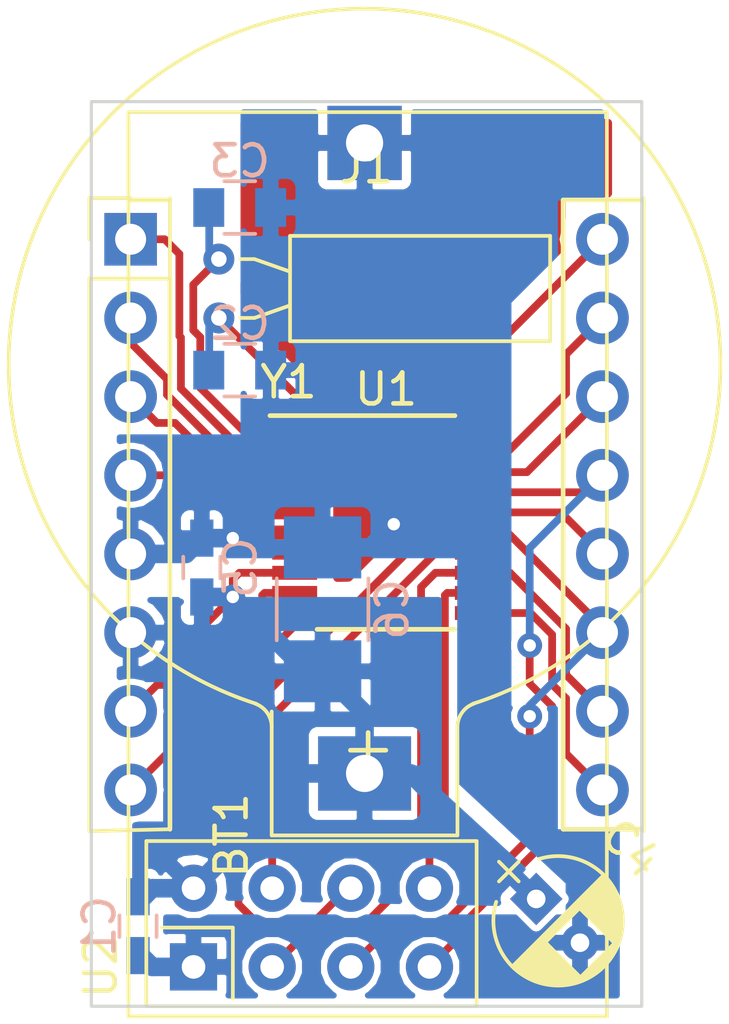
<source format=kicad_pcb>
(kicad_pcb (version 20171130) (host pcbnew 5.0.0-rc2-unknown-7d66dc0~65~ubuntu14.04.1)

  (general
    (thickness 1.6)
    (drawings 4)
    (tracks 156)
    (zones 0)
    (modules 11)
    (nets 21)
  )

  (page A4)
  (layers
    (0 F.Cu signal)
    (31 B.Cu signal)
    (32 B.Adhes user hide)
    (33 F.Adhes user hide)
    (34 B.Paste user hide)
    (35 F.Paste user hide)
    (36 B.SilkS user)
    (37 F.SilkS user)
    (38 B.Mask user)
    (39 F.Mask user)
    (40 Dwgs.User user)
    (41 Cmts.User user)
    (42 Eco1.User user)
    (43 Eco2.User user)
    (44 Edge.Cuts user)
    (45 Margin user)
    (46 B.CrtYd user)
    (47 F.CrtYd user)
    (48 B.Fab user hide)
    (49 F.Fab user hide)
  )

  (setup
    (last_trace_width 0.25)
    (trace_clearance 0.2)
    (zone_clearance 0.2)
    (zone_45_only no)
    (trace_min 0.2)
    (segment_width 0.2)
    (edge_width 0.1)
    (via_size 0.8)
    (via_drill 0.4)
    (via_min_size 0.4)
    (via_min_drill 0.3)
    (uvia_size 0.3)
    (uvia_drill 0.1)
    (uvias_allowed no)
    (uvia_min_size 0.2)
    (uvia_min_drill 0.1)
    (pcb_text_width 0.3)
    (pcb_text_size 1.5 1.5)
    (mod_edge_width 0.15)
    (mod_text_size 1 1)
    (mod_text_width 0.15)
    (pad_size 1.5 1.5)
    (pad_drill 0.6)
    (pad_to_mask_clearance 0)
    (aux_axis_origin 0 0)
    (visible_elements FFFFEF7F)
    (pcbplotparams
      (layerselection 0x010f0_ffffffff)
      (usegerberextensions true)
      (usegerberattributes false)
      (usegerberadvancedattributes false)
      (creategerberjobfile false)
      (excludeedgelayer true)
      (linewidth 0.100000)
      (plotframeref false)
      (viasonmask false)
      (mode 1)
      (useauxorigin false)
      (hpglpennumber 1)
      (hpglpenspeed 20)
      (hpglpendiameter 15.000000)
      (psnegative false)
      (psa4output false)
      (plotreference true)
      (plotvalue false)
      (plotinvisibletext false)
      (padsonsilk false)
      (subtractmaskfromsilk false)
      (outputformat 1)
      (mirror false)
      (drillshape 0)
      (scaleselection 1)
      (outputdirectory gerber/))
  )

  (net 0 "")
  (net 1 VDD)
  (net 2 GND)
  (net 3 "Net-(C2-Pad2)")
  (net 4 "Net-(C3-Pad2)")
  (net 5 /B7)
  (net 6 /B6)
  (net 7 /C4)
  (net 8 /B5)
  (net 9 /C1)
  (net 10 /B3)
  (net 11 /C0)
  (net 12 /B2)
  (net 13 /A3)
  (net 14 /B1)
  (net 15 /A2)
  (net 16 /B0)
  (net 17 /A1)
  (net 18 /A0)
  (net 19 /B4)
  (net 20 /D0)

  (net_class Default "This is the default net class."
    (clearance 0.2)
    (trace_width 0.25)
    (via_dia 0.8)
    (via_drill 0.4)
    (uvia_dia 0.3)
    (uvia_drill 0.1)
    (add_net /A0)
    (add_net /A1)
    (add_net /A2)
    (add_net /A3)
    (add_net /B0)
    (add_net /B1)
    (add_net /B2)
    (add_net /B3)
    (add_net /B4)
    (add_net /B5)
    (add_net /B6)
    (add_net /B7)
    (add_net /C0)
    (add_net /C1)
    (add_net /C4)
    (add_net /D0)
    (add_net "Net-(C2-Pad2)")
    (add_net "Net-(C3-Pad2)")
  )

  (net_class Power ""
    (clearance 0.2)
    (trace_width 0.6)
    (via_dia 0.8)
    (via_drill 0.4)
    (uvia_dia 0.3)
    (uvia_drill 0.1)
    (add_net GND)
    (add_net VDD)
  )

  (module Capacitors_SMD:C_0805 (layer B.Cu) (tedit 58AA8463) (tstamp 5B24E602)
    (at 143.225 75.175 180)
    (descr "Capacitor SMD 0805, reflow soldering, AVX (see smccp.pdf)")
    (tags "capacitor 0805")
    (path /5AF59ABF)
    (attr smd)
    (fp_text reference C3 (at 0 1.5 180) (layer B.SilkS)
      (effects (font (size 1 1) (thickness 0.15)) (justify mirror))
    )
    (fp_text value 8pF (at 0 -1.75 180) (layer B.Fab)
      (effects (font (size 1 1) (thickness 0.15)) (justify mirror))
    )
    (fp_text user %R (at 0 1.5 180) (layer B.Fab)
      (effects (font (size 1 1) (thickness 0.15)) (justify mirror))
    )
    (fp_line (start -1 -0.62) (end -1 0.62) (layer B.Fab) (width 0.1))
    (fp_line (start 1 -0.62) (end -1 -0.62) (layer B.Fab) (width 0.1))
    (fp_line (start 1 0.62) (end 1 -0.62) (layer B.Fab) (width 0.1))
    (fp_line (start -1 0.62) (end 1 0.62) (layer B.Fab) (width 0.1))
    (fp_line (start 0.5 0.85) (end -0.5 0.85) (layer B.SilkS) (width 0.12))
    (fp_line (start -0.5 -0.85) (end 0.5 -0.85) (layer B.SilkS) (width 0.12))
    (fp_line (start -1.75 0.88) (end 1.75 0.88) (layer B.CrtYd) (width 0.05))
    (fp_line (start -1.75 0.88) (end -1.75 -0.87) (layer B.CrtYd) (width 0.05))
    (fp_line (start 1.75 -0.87) (end 1.75 0.88) (layer B.CrtYd) (width 0.05))
    (fp_line (start 1.75 -0.87) (end -1.75 -0.87) (layer B.CrtYd) (width 0.05))
    (pad 1 smd rect (at -1 0 180) (size 1 1.25) (layers B.Cu B.Paste B.Mask)
      (net 2 GND))
    (pad 2 smd rect (at 1 0 180) (size 1 1.25) (layers B.Cu B.Paste B.Mask)
      (net 4 "Net-(C3-Pad2)"))
    (model Capacitors_SMD.3dshapes/C_0805.wrl
      (at (xyz 0 0 0))
      (scale (xyz 1 1 1))
      (rotate (xyz 0 0 0))
    )
  )

  (module Capacitors_SMD:C_0805 (layer B.Cu) (tedit 58AA8463) (tstamp 5B24E5F2)
    (at 143.225 80.425 180)
    (descr "Capacitor SMD 0805, reflow soldering, AVX (see smccp.pdf)")
    (tags "capacitor 0805")
    (path /5AF599F6)
    (attr smd)
    (fp_text reference C2 (at 0 1.5 180) (layer B.SilkS)
      (effects (font (size 1 1) (thickness 0.15)) (justify mirror))
    )
    (fp_text value 8pF (at 0 -1.75 180) (layer B.Fab)
      (effects (font (size 1 1) (thickness 0.15)) (justify mirror))
    )
    (fp_line (start 1.75 -0.87) (end -1.75 -0.87) (layer B.CrtYd) (width 0.05))
    (fp_line (start 1.75 -0.87) (end 1.75 0.88) (layer B.CrtYd) (width 0.05))
    (fp_line (start -1.75 0.88) (end -1.75 -0.87) (layer B.CrtYd) (width 0.05))
    (fp_line (start -1.75 0.88) (end 1.75 0.88) (layer B.CrtYd) (width 0.05))
    (fp_line (start -0.5 -0.85) (end 0.5 -0.85) (layer B.SilkS) (width 0.12))
    (fp_line (start 0.5 0.85) (end -0.5 0.85) (layer B.SilkS) (width 0.12))
    (fp_line (start -1 0.62) (end 1 0.62) (layer B.Fab) (width 0.1))
    (fp_line (start 1 0.62) (end 1 -0.62) (layer B.Fab) (width 0.1))
    (fp_line (start 1 -0.62) (end -1 -0.62) (layer B.Fab) (width 0.1))
    (fp_line (start -1 -0.62) (end -1 0.62) (layer B.Fab) (width 0.1))
    (fp_text user %R (at 0 1.5 180) (layer B.Fab)
      (effects (font (size 1 1) (thickness 0.15)) (justify mirror))
    )
    (pad 2 smd rect (at 1 0 180) (size 1 1.25) (layers B.Cu B.Paste B.Mask)
      (net 3 "Net-(C2-Pad2)"))
    (pad 1 smd rect (at -1 0 180) (size 1 1.25) (layers B.Cu B.Paste B.Mask)
      (net 2 GND))
    (model Capacitors_SMD.3dshapes/C_0805.wrl
      (at (xyz 0 0 0))
      (scale (xyz 1 1 1))
      (rotate (xyz 0 0 0))
    )
  )

  (module Capacitors_SMD:C_1210_HandSoldering (layer B.Cu) (tedit 58AA84FB) (tstamp 5AF74C4B)
    (at 145.9 88.15 90)
    (descr "Capacitor SMD 1210, hand soldering")
    (tags "capacitor 1210")
    (path /5AF80D0B)
    (attr smd)
    (fp_text reference C6 (at 0 2.25 90) (layer B.SilkS)
      (effects (font (size 1 1) (thickness 0.15)) (justify mirror))
    )
    (fp_text value 33uF (at 0 -2.5 90) (layer B.Fab)
      (effects (font (size 1 1) (thickness 0.15)) (justify mirror))
    )
    (fp_text user %R (at 0 2.25 90) (layer B.Fab)
      (effects (font (size 1 1) (thickness 0.15)) (justify mirror))
    )
    (fp_line (start -1.6 -1.25) (end -1.6 1.25) (layer B.Fab) (width 0.1))
    (fp_line (start 1.6 -1.25) (end -1.6 -1.25) (layer B.Fab) (width 0.1))
    (fp_line (start 1.6 1.25) (end 1.6 -1.25) (layer B.Fab) (width 0.1))
    (fp_line (start -1.6 1.25) (end 1.6 1.25) (layer B.Fab) (width 0.1))
    (fp_line (start 1 1.48) (end -1 1.48) (layer B.SilkS) (width 0.12))
    (fp_line (start -1 -1.48) (end 1 -1.48) (layer B.SilkS) (width 0.12))
    (fp_line (start -3.25 1.5) (end 3.25 1.5) (layer B.CrtYd) (width 0.05))
    (fp_line (start -3.25 1.5) (end -3.25 -1.5) (layer B.CrtYd) (width 0.05))
    (fp_line (start 3.25 -1.5) (end 3.25 1.5) (layer B.CrtYd) (width 0.05))
    (fp_line (start 3.25 -1.5) (end -3.25 -1.5) (layer B.CrtYd) (width 0.05))
    (pad 1 smd rect (at -2 0 90) (size 2 2.5) (layers B.Cu B.Paste B.Mask)
      (net 1 VDD))
    (pad 2 smd rect (at 2 0 90) (size 2 2.5) (layers B.Cu B.Paste B.Mask)
      (net 2 GND))
    (model Capacitors_SMD.3dshapes/C_1210.wrl
      (at (xyz 0 0 0))
      (scale (xyz 1 1 1))
      (rotate (xyz 0 0 0))
    )
  )

  (module TG9541:AliExpress_CR2032 (layer F.Cu) (tedit 5B24C288) (tstamp 5AF72E98)
    (at 147.193 93.472 90)
    (descr http://www.keyelco.com/product-pdf.cfm?p=719)
    (tags "Keystone type 103 battery holder")
    (path /5AF592A4)
    (fp_text reference BT1 (at -1.9765 -4.2365 90) (layer F.SilkS)
      (effects (font (size 1 1) (thickness 0.15)))
    )
    (fp_text value CR2032 (at 13.0235 13.0635 90) (layer F.Fab)
      (effects (font (size 1 1) (thickness 0.15)))
    )
    (fp_text user + (at 0.7735 0.0635 90) (layer F.SilkS)
      (effects (font (size 1.5 1.5) (thickness 0.15)))
    )
    (fp_arc (start 13.2235 0.0635) (end 2.0385 3.6635) (angle -162.5) (layer F.CrtYd) (width 0.05))
    (fp_arc (start 13.2235 0.0635) (end 2.0385 -3.5365) (angle 162.5) (layer F.CrtYd) (width 0.05))
    (fp_arc (start 1.5235 3.8635) (end 1.5235 3.3135) (angle 70) (layer F.CrtYd) (width 0.05))
    (fp_arc (start 1.5235 -3.7365) (end 1.5235 -3.1865) (angle -70) (layer F.CrtYd) (width 0.05))
    (fp_arc (start 13.2235 0.0635) (end 2.2735 3.5635) (angle -162.5) (layer F.SilkS) (width 0.12))
    (fp_arc (start 1.5235 3.8635) (end 1.5235 3.0635) (angle 70) (layer F.SilkS) (width 0.12))
    (fp_arc (start 13.2235 0.0635) (end 2.2735 -3.4365) (angle 162.5) (layer F.SilkS) (width 0.12))
    (fp_arc (start 1.5235 -3.7365) (end 1.5235 -2.9365) (angle -70) (layer F.SilkS) (width 0.12))
    (fp_arc (start 1.5235 3.8635) (end 1.5235 2.9635) (angle 70) (layer F.Fab) (width 0.1))
    (fp_arc (start 13.2235 0.0635) (end 2.3735 3.5635) (angle -162.5) (layer F.Fab) (width 0.1))
    (fp_arc (start 13.2235 0.0635) (end 2.3735 -3.4365) (angle 162.5) (layer F.Fab) (width 0.1))
    (fp_arc (start 13.2235 0.0635) (end 3.2235 1.3635) (angle -180) (layer F.Fab) (width 0.1))
    (fp_line (start -1.9765 -3.1865) (end 1.5235 -3.1865) (layer F.CrtYd) (width 0.05))
    (fp_line (start -1.9765 3.3135) (end 1.5235 3.3135) (layer F.CrtYd) (width 0.05))
    (fp_line (start -2.4765 2.8135) (end -2.4765 -2.6865) (layer F.CrtYd) (width 0.05))
    (fp_line (start -1.9765 -2.9365) (end 2.0235 -2.9365) (layer F.SilkS) (width 0.12))
    (fp_line (start -1.9765 3.0635) (end -1.9765 -2.9365) (layer F.SilkS) (width 0.12))
    (fp_line (start -1.9765 3.0635) (end 1.5235 3.0635) (layer F.SilkS) (width 0.12))
    (fp_arc (start 13.2235 0.0635) (end 7.0235 1.3635) (angle -170) (layer F.Fab) (width 0.1))
    (fp_arc (start 13.2235 0.0635) (end 11.3235 1.3635) (angle -150) (layer F.Fab) (width 0.1))
    (fp_line (start 21.5947 7.7851) (end 20.6803 6.9469) (layer F.Fab) (width 0.1))
    (fp_line (start 21.5947 -7.6581) (end 20.6549 -6.7945) (layer F.Fab) (width 0.1))
    (fp_arc (start 13.2235 0.0635) (end 11.3235 -1.2365) (angle 150) (layer F.Fab) (width 0.1))
    (fp_arc (start 13.2235 0.0635) (end 7.0235 -1.2365) (angle 170) (layer F.Fab) (width 0.1))
    (fp_arc (start 13.2235 0.0635) (end 3.2235 -1.2365) (angle 180) (layer F.Fab) (width 0.1))
    (fp_line (start 1.5541 -2.8365) (end -2.2265 -2.9365) (layer F.Fab) (width 0.1))
    (fp_line (start -2.2265 2.8135) (end 1.5541 2.9635) (layer F.Fab) (width 0.1))
    (fp_line (start -1.9765 -2.4365) (end -1.9765 2.5635) (layer F.Fab) (width 0.1))
    (fp_line (start -1.9765 1.3635) (end 14.2235 1.3635) (layer F.Fab) (width 0.1))
    (fp_line (start 14.2235 -1.2365) (end -1.9765 -1.2365) (layer F.Fab) (width 0.1))
    (fp_arc (start 1.5235 -3.7365) (end 1.5235 -2.8365) (angle -70) (layer F.Fab) (width 0.1))
    (fp_arc (start 14.2235 0.0635) (end 14.2235 -1.2365) (angle 180) (layer F.Fab) (width 0.1))
    (fp_line (start -1.9765 -1.2365) (end -1.9765 1.3635) (layer F.Fab) (width 0.1))
    (fp_arc (start -1.9765 2.9135) (end -2.3765 2.9135) (angle -90) (layer F.Fab) (width 0.1))
    (fp_arc (start -1.9765 -2.6865) (end -2.3765 -2.6865) (angle 90) (layer F.Fab) (width 0.1))
    (pad 2 thru_hole rect (at 20.3835 0.0635 90) (size 2.4 2.4) (drill 1.2) (layers *.Cu *.Mask)
      (net 2 GND))
    (pad 1 thru_hole rect (at 0.0235 0.0635 90) (size 2.4 3) (drill 1.2) (layers *.Cu *.Mask)
      (net 1 VDD))
    (model Battery_Holders.3dshapes/Keystone_103_1x20mm-CoinCell.wrl
      (offset (xyz 15.23999977111816 0 0))
      (scale (xyz 1 1 1))
      (rotate (xyz 0 0 180))
    )
  )

  (module Capacitors_SMD:C_0603_HandSoldering (layer B.Cu) (tedit 58AA848B) (tstamp 5AF75917)
    (at 139.94 98.38 270)
    (descr "Capacitor SMD 0603, hand soldering")
    (tags "capacitor 0603")
    (path /5AF5B111)
    (attr smd)
    (fp_text reference C1 (at 0 1.25 270) (layer B.SilkS)
      (effects (font (size 1 1) (thickness 0.15)) (justify mirror))
    )
    (fp_text value 100nF (at 0 -1.5 270) (layer B.Fab)
      (effects (font (size 1 1) (thickness 0.15)) (justify mirror))
    )
    (fp_text user %R (at 0 1.25 270) (layer B.Fab)
      (effects (font (size 1 1) (thickness 0.15)) (justify mirror))
    )
    (fp_line (start -0.8 -0.4) (end -0.8 0.4) (layer B.Fab) (width 0.1))
    (fp_line (start 0.8 -0.4) (end -0.8 -0.4) (layer B.Fab) (width 0.1))
    (fp_line (start 0.8 0.4) (end 0.8 -0.4) (layer B.Fab) (width 0.1))
    (fp_line (start -0.8 0.4) (end 0.8 0.4) (layer B.Fab) (width 0.1))
    (fp_line (start -0.35 0.6) (end 0.35 0.6) (layer B.SilkS) (width 0.12))
    (fp_line (start 0.35 -0.6) (end -0.35 -0.6) (layer B.SilkS) (width 0.12))
    (fp_line (start -1.8 0.65) (end 1.8 0.65) (layer B.CrtYd) (width 0.05))
    (fp_line (start -1.8 0.65) (end -1.8 -0.65) (layer B.CrtYd) (width 0.05))
    (fp_line (start 1.8 -0.65) (end 1.8 0.65) (layer B.CrtYd) (width 0.05))
    (fp_line (start 1.8 -0.65) (end -1.8 -0.65) (layer B.CrtYd) (width 0.05))
    (pad 1 smd rect (at -0.95 0 270) (size 1.2 0.75) (layers B.Cu B.Paste B.Mask)
      (net 1 VDD))
    (pad 2 smd rect (at 0.95 0 270) (size 1.2 0.75) (layers B.Cu B.Paste B.Mask)
      (net 2 GND))
    (model Capacitors_SMD.3dshapes/C_0603.wrl
      (at (xyz 0 0 0))
      (scale (xyz 1 1 1))
      (rotate (xyz 0 0 0))
    )
  )

  (module Capacitors_THT:CP_Radial_D4.0mm_P2.00mm (layer F.Cu) (tedit 597BC7C2) (tstamp 5AF75499)
    (at 152.8 97.5 315)
    (descr "CP, Radial series, Radial, pin pitch=2.00mm, , diameter=4mm, Electrolytic Capacitor")
    (tags "CP Radial series Radial pin pitch 2.00mm  diameter 4mm Electrolytic Capacitor")
    (path /5AF80C40)
    (fp_text reference C4 (at 1 -3.31 315) (layer F.SilkS)
      (effects (font (size 1 1) (thickness 0.15)))
    )
    (fp_text value 33uF (at 1 3.31 315) (layer F.Fab)
      (effects (font (size 1 1) (thickness 0.15)))
    )
    (fp_arc (start 1 0) (end -0.845996 -0.98) (angle 124.1) (layer F.SilkS) (width 0.12))
    (fp_arc (start 1 0) (end -0.845996 0.98) (angle -124.1) (layer F.SilkS) (width 0.12))
    (fp_arc (start 1 0) (end 2.845996 -0.98) (angle 55.9) (layer F.SilkS) (width 0.12))
    (fp_circle (center 1 0) (end 3 0) (layer F.Fab) (width 0.1))
    (fp_line (start -1.7 0) (end -0.8 0) (layer F.Fab) (width 0.1))
    (fp_line (start -1.25 -0.45) (end -1.25 0.45) (layer F.Fab) (width 0.1))
    (fp_line (start 1 -2.05) (end 1 2.05) (layer F.SilkS) (width 0.12))
    (fp_line (start 1.04 -2.05) (end 1.04 2.05) (layer F.SilkS) (width 0.12))
    (fp_line (start 1.08 -2.049) (end 1.08 2.049) (layer F.SilkS) (width 0.12))
    (fp_line (start 1.12 -2.047) (end 1.12 2.047) (layer F.SilkS) (width 0.12))
    (fp_line (start 1.16 -2.044) (end 1.16 2.044) (layer F.SilkS) (width 0.12))
    (fp_line (start 1.2 -2.041) (end 1.2 2.041) (layer F.SilkS) (width 0.12))
    (fp_line (start 1.24 -2.037) (end 1.24 -0.78) (layer F.SilkS) (width 0.12))
    (fp_line (start 1.24 0.78) (end 1.24 2.037) (layer F.SilkS) (width 0.12))
    (fp_line (start 1.28 -2.032) (end 1.28 -0.78) (layer F.SilkS) (width 0.12))
    (fp_line (start 1.28 0.78) (end 1.28 2.032) (layer F.SilkS) (width 0.12))
    (fp_line (start 1.32 -2.026) (end 1.32 -0.78) (layer F.SilkS) (width 0.12))
    (fp_line (start 1.32 0.78) (end 1.32 2.026) (layer F.SilkS) (width 0.12))
    (fp_line (start 1.36 -2.019) (end 1.36 -0.78) (layer F.SilkS) (width 0.12))
    (fp_line (start 1.36 0.78) (end 1.36 2.019) (layer F.SilkS) (width 0.12))
    (fp_line (start 1.4 -2.012) (end 1.4 -0.78) (layer F.SilkS) (width 0.12))
    (fp_line (start 1.4 0.78) (end 1.4 2.012) (layer F.SilkS) (width 0.12))
    (fp_line (start 1.44 -2.004) (end 1.44 -0.78) (layer F.SilkS) (width 0.12))
    (fp_line (start 1.44 0.78) (end 1.44 2.004) (layer F.SilkS) (width 0.12))
    (fp_line (start 1.48 -1.995) (end 1.48 -0.78) (layer F.SilkS) (width 0.12))
    (fp_line (start 1.48 0.78) (end 1.48 1.995) (layer F.SilkS) (width 0.12))
    (fp_line (start 1.52 -1.985) (end 1.52 -0.78) (layer F.SilkS) (width 0.12))
    (fp_line (start 1.52 0.78) (end 1.52 1.985) (layer F.SilkS) (width 0.12))
    (fp_line (start 1.56 -1.974) (end 1.56 -0.78) (layer F.SilkS) (width 0.12))
    (fp_line (start 1.56 0.78) (end 1.56 1.974) (layer F.SilkS) (width 0.12))
    (fp_line (start 1.6 -1.963) (end 1.6 -0.78) (layer F.SilkS) (width 0.12))
    (fp_line (start 1.6 0.78) (end 1.6 1.963) (layer F.SilkS) (width 0.12))
    (fp_line (start 1.64 -1.95) (end 1.64 -0.78) (layer F.SilkS) (width 0.12))
    (fp_line (start 1.64 0.78) (end 1.64 1.95) (layer F.SilkS) (width 0.12))
    (fp_line (start 1.68 -1.937) (end 1.68 -0.78) (layer F.SilkS) (width 0.12))
    (fp_line (start 1.68 0.78) (end 1.68 1.937) (layer F.SilkS) (width 0.12))
    (fp_line (start 1.721 -1.923) (end 1.721 -0.78) (layer F.SilkS) (width 0.12))
    (fp_line (start 1.721 0.78) (end 1.721 1.923) (layer F.SilkS) (width 0.12))
    (fp_line (start 1.761 -1.907) (end 1.761 -0.78) (layer F.SilkS) (width 0.12))
    (fp_line (start 1.761 0.78) (end 1.761 1.907) (layer F.SilkS) (width 0.12))
    (fp_line (start 1.801 -1.891) (end 1.801 -0.78) (layer F.SilkS) (width 0.12))
    (fp_line (start 1.801 0.78) (end 1.801 1.891) (layer F.SilkS) (width 0.12))
    (fp_line (start 1.841 -1.874) (end 1.841 -0.78) (layer F.SilkS) (width 0.12))
    (fp_line (start 1.841 0.78) (end 1.841 1.874) (layer F.SilkS) (width 0.12))
    (fp_line (start 1.881 -1.856) (end 1.881 -0.78) (layer F.SilkS) (width 0.12))
    (fp_line (start 1.881 0.78) (end 1.881 1.856) (layer F.SilkS) (width 0.12))
    (fp_line (start 1.921 -1.837) (end 1.921 -0.78) (layer F.SilkS) (width 0.12))
    (fp_line (start 1.921 0.78) (end 1.921 1.837) (layer F.SilkS) (width 0.12))
    (fp_line (start 1.961 -1.817) (end 1.961 -0.78) (layer F.SilkS) (width 0.12))
    (fp_line (start 1.961 0.78) (end 1.961 1.817) (layer F.SilkS) (width 0.12))
    (fp_line (start 2.001 -1.796) (end 2.001 -0.78) (layer F.SilkS) (width 0.12))
    (fp_line (start 2.001 0.78) (end 2.001 1.796) (layer F.SilkS) (width 0.12))
    (fp_line (start 2.041 -1.773) (end 2.041 -0.78) (layer F.SilkS) (width 0.12))
    (fp_line (start 2.041 0.78) (end 2.041 1.773) (layer F.SilkS) (width 0.12))
    (fp_line (start 2.081 -1.75) (end 2.081 -0.78) (layer F.SilkS) (width 0.12))
    (fp_line (start 2.081 0.78) (end 2.081 1.75) (layer F.SilkS) (width 0.12))
    (fp_line (start 2.121 -1.725) (end 2.121 -0.78) (layer F.SilkS) (width 0.12))
    (fp_line (start 2.121 0.78) (end 2.121 1.725) (layer F.SilkS) (width 0.12))
    (fp_line (start 2.161 -1.699) (end 2.161 -0.78) (layer F.SilkS) (width 0.12))
    (fp_line (start 2.161 0.78) (end 2.161 1.699) (layer F.SilkS) (width 0.12))
    (fp_line (start 2.201 -1.672) (end 2.201 -0.78) (layer F.SilkS) (width 0.12))
    (fp_line (start 2.201 0.78) (end 2.201 1.672) (layer F.SilkS) (width 0.12))
    (fp_line (start 2.241 -1.643) (end 2.241 -0.78) (layer F.SilkS) (width 0.12))
    (fp_line (start 2.241 0.78) (end 2.241 1.643) (layer F.SilkS) (width 0.12))
    (fp_line (start 2.281 -1.613) (end 2.281 -0.78) (layer F.SilkS) (width 0.12))
    (fp_line (start 2.281 0.78) (end 2.281 1.613) (layer F.SilkS) (width 0.12))
    (fp_line (start 2.321 -1.581) (end 2.321 -0.78) (layer F.SilkS) (width 0.12))
    (fp_line (start 2.321 0.78) (end 2.321 1.581) (layer F.SilkS) (width 0.12))
    (fp_line (start 2.361 -1.547) (end 2.361 -0.78) (layer F.SilkS) (width 0.12))
    (fp_line (start 2.361 0.78) (end 2.361 1.547) (layer F.SilkS) (width 0.12))
    (fp_line (start 2.401 -1.512) (end 2.401 -0.78) (layer F.SilkS) (width 0.12))
    (fp_line (start 2.401 0.78) (end 2.401 1.512) (layer F.SilkS) (width 0.12))
    (fp_line (start 2.441 -1.475) (end 2.441 -0.78) (layer F.SilkS) (width 0.12))
    (fp_line (start 2.441 0.78) (end 2.441 1.475) (layer F.SilkS) (width 0.12))
    (fp_line (start 2.481 -1.436) (end 2.481 -0.78) (layer F.SilkS) (width 0.12))
    (fp_line (start 2.481 0.78) (end 2.481 1.436) (layer F.SilkS) (width 0.12))
    (fp_line (start 2.521 -1.395) (end 2.521 -0.78) (layer F.SilkS) (width 0.12))
    (fp_line (start 2.521 0.78) (end 2.521 1.395) (layer F.SilkS) (width 0.12))
    (fp_line (start 2.561 -1.351) (end 2.561 -0.78) (layer F.SilkS) (width 0.12))
    (fp_line (start 2.561 0.78) (end 2.561 1.351) (layer F.SilkS) (width 0.12))
    (fp_line (start 2.601 -1.305) (end 2.601 -0.78) (layer F.SilkS) (width 0.12))
    (fp_line (start 2.601 0.78) (end 2.601 1.305) (layer F.SilkS) (width 0.12))
    (fp_line (start 2.641 -1.256) (end 2.641 -0.78) (layer F.SilkS) (width 0.12))
    (fp_line (start 2.641 0.78) (end 2.641 1.256) (layer F.SilkS) (width 0.12))
    (fp_line (start 2.681 -1.204) (end 2.681 -0.78) (layer F.SilkS) (width 0.12))
    (fp_line (start 2.681 0.78) (end 2.681 1.204) (layer F.SilkS) (width 0.12))
    (fp_line (start 2.721 -1.148) (end 2.721 -0.78) (layer F.SilkS) (width 0.12))
    (fp_line (start 2.721 0.78) (end 2.721 1.148) (layer F.SilkS) (width 0.12))
    (fp_line (start 2.761 -1.088) (end 2.761 -0.78) (layer F.SilkS) (width 0.12))
    (fp_line (start 2.761 0.78) (end 2.761 1.088) (layer F.SilkS) (width 0.12))
    (fp_line (start 2.801 -1.023) (end 2.801 1.023) (layer F.SilkS) (width 0.12))
    (fp_line (start 2.841 -0.952) (end 2.841 0.952) (layer F.SilkS) (width 0.12))
    (fp_line (start 2.881 -0.874) (end 2.881 0.874) (layer F.SilkS) (width 0.12))
    (fp_line (start 2.921 -0.786) (end 2.921 0.786) (layer F.SilkS) (width 0.12))
    (fp_line (start 2.961 -0.686) (end 2.961 0.686) (layer F.SilkS) (width 0.12))
    (fp_line (start 3.001 -0.567) (end 3.001 0.567) (layer F.SilkS) (width 0.12))
    (fp_line (start 3.041 -0.415) (end 3.041 0.415) (layer F.SilkS) (width 0.12))
    (fp_line (start 3.081 -0.165) (end 3.081 0.165) (layer F.SilkS) (width 0.12))
    (fp_line (start -1.7 0) (end -0.8 0) (layer F.SilkS) (width 0.12))
    (fp_line (start -1.25 -0.45) (end -1.25 0.45) (layer F.SilkS) (width 0.12))
    (fp_line (start -1.35 -2.35) (end -1.35 2.35) (layer F.CrtYd) (width 0.05))
    (fp_line (start -1.35 2.35) (end 3.35 2.35) (layer F.CrtYd) (width 0.05))
    (fp_line (start 3.35 2.35) (end 3.35 -2.35) (layer F.CrtYd) (width 0.05))
    (fp_line (start 3.35 -2.35) (end -1.35 -2.35) (layer F.CrtYd) (width 0.05))
    (fp_text user %R (at 1 0 315) (layer F.Fab)
      (effects (font (size 1 1) (thickness 0.15)))
    )
    (pad 1 thru_hole rect (at 0 0 315) (size 1.2 1.2) (drill 0.6) (layers *.Cu *.Mask)
      (net 1 VDD))
    (pad 2 thru_hole circle (at 2 0 315) (size 1.2 1.2) (drill 0.6) (layers *.Cu *.Mask)
      (net 2 GND))
    (model ${KISYS3DMOD}/Capacitors_THT.3dshapes/CP_Radial_D4.0mm_P2.00mm.wrl
      (at (xyz 0 0 0))
      (scale (xyz 1 1 1))
      (rotate (xyz 0 0 0))
    )
  )

  (module Capacitors_SMD:C_0603_HandSoldering (layer B.Cu) (tedit 58AA848B) (tstamp 5AF6EE75)
    (at 142 86.8 90)
    (descr "Capacitor SMD 0603, hand soldering")
    (tags "capacitor 0603")
    (path /5AF80BD3)
    (attr smd)
    (fp_text reference C5 (at 0 1.25 90) (layer B.SilkS)
      (effects (font (size 1 1) (thickness 0.15)) (justify mirror))
    )
    (fp_text value 100nF (at 0 -1.5 90) (layer B.Fab)
      (effects (font (size 1 1) (thickness 0.15)) (justify mirror))
    )
    (fp_text user %R (at 0 1.25 90) (layer B.Fab)
      (effects (font (size 1 1) (thickness 0.15)) (justify mirror))
    )
    (fp_line (start -0.8 -0.4) (end -0.8 0.4) (layer B.Fab) (width 0.1))
    (fp_line (start 0.8 -0.4) (end -0.8 -0.4) (layer B.Fab) (width 0.1))
    (fp_line (start 0.8 0.4) (end 0.8 -0.4) (layer B.Fab) (width 0.1))
    (fp_line (start -0.8 0.4) (end 0.8 0.4) (layer B.Fab) (width 0.1))
    (fp_line (start -0.35 0.6) (end 0.35 0.6) (layer B.SilkS) (width 0.12))
    (fp_line (start 0.35 -0.6) (end -0.35 -0.6) (layer B.SilkS) (width 0.12))
    (fp_line (start -1.8 0.65) (end 1.8 0.65) (layer B.CrtYd) (width 0.05))
    (fp_line (start -1.8 0.65) (end -1.8 -0.65) (layer B.CrtYd) (width 0.05))
    (fp_line (start 1.8 -0.65) (end 1.8 0.65) (layer B.CrtYd) (width 0.05))
    (fp_line (start 1.8 -0.65) (end -1.8 -0.65) (layer B.CrtYd) (width 0.05))
    (pad 1 smd rect (at -0.95 0 90) (size 1.2 0.75) (layers B.Cu B.Paste B.Mask)
      (net 1 VDD))
    (pad 2 smd rect (at 0.95 0 90) (size 1.2 0.75) (layers B.Cu B.Paste B.Mask)
      (net 2 GND))
    (model Capacitors_SMD.3dshapes/C_0603.wrl
      (at (xyz 0 0 0))
      (scale (xyz 1 1 1))
      (rotate (xyz 0 0 0))
    )
  )

  (module TG9541:Pin_Header_Straight_2x08_6wide_Pitch2.54mm (layer F.Cu) (tedit 5AF6BF34) (tstamp 5AF6F879)
    (at 139.7 76.2)
    (descr "Through hole straight pin header, 2x08, 2.54mm pitch, double rows")
    (tags "Through hole pin header THT 2x08 2.54mm double row")
    (path /5AF6B635)
    (fp_text reference J1 (at 7.62 -2.33) (layer F.SilkS)
      (effects (font (size 1 1) (thickness 0.15)))
    )
    (fp_text value Conn_02x08_Counter_Clockwise (at 7.62 20.32) (layer F.Fab)
      (effects (font (size 1 1) (thickness 0.15)))
    )
    (fp_line (start 13.97 -1.27) (end 16.51 -1.27) (layer F.SilkS) (width 0.15))
    (fp_line (start 13.97 19.05) (end 13.97 -1.27) (layer F.SilkS) (width 0.15))
    (fp_line (start 16.51 19.05) (end 13.97 19.05) (layer F.SilkS) (width 0.15))
    (fp_line (start 1.27 19.05) (end 1.27 -1.27) (layer F.Fab) (width 0.15))
    (fp_line (start 1.27 19.05) (end 1.27 1.27) (layer F.SilkS) (width 0.15))
    (fp_line (start 0 -1.27) (end 1.27 -1.27) (layer F.SilkS) (width 0.15))
    (fp_line (start 0 -1.27) (end 1.27 -1.27) (layer F.Fab) (width 0.1))
    (fp_line (start 16.51 -1.27) (end 16.51 19.05) (layer F.Fab) (width 0.1))
    (fp_line (start 1.27 19.05) (end -1.27 19.05) (layer F.Fab) (width 0.1))
    (fp_line (start -1.27 19.05) (end -1.27 0) (layer F.Fab) (width 0.1))
    (fp_line (start -1.27 0) (end 0 -1.27) (layer F.Fab) (width 0.1))
    (fp_line (start -1.33 19.11) (end 1.27 19.05) (layer F.SilkS) (width 0.12))
    (fp_line (start -1.33 1.27) (end -1.33 19.11) (layer F.SilkS) (width 0.12))
    (fp_line (start 16.57 -1.33) (end 16.57 19.11) (layer F.SilkS) (width 0.12))
    (fp_line (start -1.33 1.27) (end 1.27 1.27) (layer F.SilkS) (width 0.12))
    (fp_line (start 1.27 1.27) (end 1.27 -1.33) (layer F.SilkS) (width 0.12))
    (fp_line (start -1.33 0) (end -1.33 -1.33) (layer F.SilkS) (width 0.12))
    (fp_line (start -1.33 -1.33) (end 0 -1.33) (layer F.SilkS) (width 0.12))
    (fp_text user %R (at 7.62 8.89 90) (layer F.Fab)
      (effects (font (size 1 1) (thickness 0.15)))
    )
    (pad 1 thru_hole rect (at 0 0) (size 1.7 1.7) (drill 1) (layers *.Cu *.Mask)
      (net 18 /A0))
    (pad 16 thru_hole oval (at 15.24 0) (size 1.7 1.7) (drill 1) (layers *.Cu *.Mask)
      (net 7 /C4))
    (pad 2 thru_hole oval (at 0 2.54) (size 1.7 1.7) (drill 1) (layers *.Cu *.Mask)
      (net 17 /A1))
    (pad 15 thru_hole oval (at 15.24 2.54) (size 1.7 1.7) (drill 1) (layers *.Cu *.Mask)
      (net 9 /C1))
    (pad 3 thru_hole oval (at 0 5.08) (size 1.7 1.7) (drill 1) (layers *.Cu *.Mask)
      (net 15 /A2))
    (pad 14 thru_hole oval (at 15.24 5.08) (size 1.7 1.7) (drill 1) (layers *.Cu *.Mask)
      (net 11 /C0))
    (pad 4 thru_hole oval (at 0 7.62) (size 1.7 1.7) (drill 1) (layers *.Cu *.Mask)
      (net 13 /A3))
    (pad 13 thru_hole oval (at 15.24 7.62) (size 1.7 1.7) (drill 1) (layers *.Cu *.Mask)
      (net 5 /B7))
    (pad 5 thru_hole oval (at 0 10.16) (size 1.7 1.7) (drill 1) (layers *.Cu *.Mask)
      (net 2 GND))
    (pad 12 thru_hole oval (at 15.24 10.16) (size 1.7 1.7) (drill 1) (layers *.Cu *.Mask)
      (net 6 /B6))
    (pad 6 thru_hole oval (at 0 12.7) (size 1.7 1.7) (drill 1) (layers *.Cu *.Mask)
      (net 1 VDD))
    (pad 11 thru_hole oval (at 15.24 12.7) (size 1.7 1.7) (drill 1) (layers *.Cu *.Mask)
      (net 8 /B5))
    (pad 7 thru_hole oval (at 0 15.24) (size 1.7 1.7) (drill 1) (layers *.Cu *.Mask)
      (net 20 /D0))
    (pad 10 thru_hole oval (at 15.24 15.24) (size 1.7 1.7) (drill 1) (layers *.Cu *.Mask)
      (net 10 /B3))
    (pad 8 thru_hole oval (at 0 17.78) (size 1.7 1.7) (drill 1) (layers *.Cu *.Mask)
      (net 16 /B0))
    (pad 9 thru_hole oval (at 15.24 17.78) (size 1.7 1.7) (drill 1) (layers *.Cu *.Mask)
      (net 14 /B1))
    (model ${KISYS3DMOD}/Pin_Headers.3dshapes/Pin_Header_Straight_2x08_Pitch2.54mm.wrl
      (at (xyz 0 0 0))
      (scale (xyz 1 1 1))
      (rotate (xyz 0 0 0))
    )
  )

  (module Housings_SSOP:TSSOP-20_4.4x6.5mm_Pitch0.65mm (layer F.Cu) (tedit 54130A77) (tstamp 5AF6DFBF)
    (at 147.95 85.344)
    (descr "20-Lead Plastic Thin Shrink Small Outline (ST)-4.4 mm Body [TSSOP] (see Microchip Packaging Specification 00000049BS.pdf)")
    (tags "SSOP 0.65")
    (path /5AF58E80)
    (attr smd)
    (fp_text reference U1 (at 0 -4.3) (layer F.SilkS)
      (effects (font (size 1 1) (thickness 0.15)))
    )
    (fp_text value STM8L051F3P (at 0 4.3) (layer F.Fab)
      (effects (font (size 1 1) (thickness 0.15)))
    )
    (fp_line (start -1.2 -3.25) (end 2.2 -3.25) (layer F.Fab) (width 0.15))
    (fp_line (start 2.2 -3.25) (end 2.2 3.25) (layer F.Fab) (width 0.15))
    (fp_line (start 2.2 3.25) (end -2.2 3.25) (layer F.Fab) (width 0.15))
    (fp_line (start -2.2 3.25) (end -2.2 -2.25) (layer F.Fab) (width 0.15))
    (fp_line (start -2.2 -2.25) (end -1.2 -3.25) (layer F.Fab) (width 0.15))
    (fp_line (start -3.95 -3.55) (end -3.95 3.55) (layer F.CrtYd) (width 0.05))
    (fp_line (start 3.95 -3.55) (end 3.95 3.55) (layer F.CrtYd) (width 0.05))
    (fp_line (start -3.95 -3.55) (end 3.95 -3.55) (layer F.CrtYd) (width 0.05))
    (fp_line (start -3.95 3.55) (end 3.95 3.55) (layer F.CrtYd) (width 0.05))
    (fp_line (start -2.225 3.45) (end 2.225 3.45) (layer F.SilkS) (width 0.15))
    (fp_line (start -3.75 -3.45) (end 2.225 -3.45) (layer F.SilkS) (width 0.15))
    (fp_text user %R (at 0 0) (layer F.Fab)
      (effects (font (size 0.8 0.8) (thickness 0.15)))
    )
    (pad 1 smd rect (at -2.95 -2.925) (size 1.45 0.45) (layers F.Cu F.Paste F.Mask)
      (net 3 "Net-(C2-Pad2)"))
    (pad 2 smd rect (at -2.95 -2.275) (size 1.45 0.45) (layers F.Cu F.Paste F.Mask)
      (net 4 "Net-(C3-Pad2)"))
    (pad 3 smd rect (at -2.95 -1.625) (size 1.45 0.45) (layers F.Cu F.Paste F.Mask)
      (net 18 /A0))
    (pad 4 smd rect (at -2.95 -0.975) (size 1.45 0.45) (layers F.Cu F.Paste F.Mask)
      (net 17 /A1))
    (pad 5 smd rect (at -2.95 -0.325) (size 1.45 0.45) (layers F.Cu F.Paste F.Mask)
      (net 15 /A2))
    (pad 6 smd rect (at -2.95 0.325) (size 1.45 0.45) (layers F.Cu F.Paste F.Mask)
      (net 13 /A3))
    (pad 7 smd rect (at -2.95 0.975) (size 1.45 0.45) (layers F.Cu F.Paste F.Mask)
      (net 2 GND))
    (pad 8 smd rect (at -2.95 1.625) (size 1.45 0.45) (layers F.Cu F.Paste F.Mask)
      (net 1 VDD))
    (pad 9 smd rect (at -2.95 2.275) (size 1.45 0.45) (layers F.Cu F.Paste F.Mask)
      (net 20 /D0))
    (pad 10 smd rect (at -2.95 2.925) (size 1.45 0.45) (layers F.Cu F.Paste F.Mask)
      (net 16 /B0))
    (pad 11 smd rect (at 2.95 2.925) (size 1.45 0.45) (layers F.Cu F.Paste F.Mask)
      (net 14 /B1))
    (pad 12 smd rect (at 2.95 2.275) (size 1.45 0.45) (layers F.Cu F.Paste F.Mask)
      (net 12 /B2))
    (pad 13 smd rect (at 2.95 1.625) (size 1.45 0.45) (layers F.Cu F.Paste F.Mask)
      (net 10 /B3))
    (pad 14 smd rect (at 2.95 0.975) (size 1.45 0.45) (layers F.Cu F.Paste F.Mask)
      (net 19 /B4))
    (pad 15 smd rect (at 2.95 0.325) (size 1.45 0.45) (layers F.Cu F.Paste F.Mask)
      (net 8 /B5))
    (pad 16 smd rect (at 2.95 -0.325) (size 1.45 0.45) (layers F.Cu F.Paste F.Mask)
      (net 6 /B6))
    (pad 17 smd rect (at 2.95 -0.975) (size 1.45 0.45) (layers F.Cu F.Paste F.Mask)
      (net 5 /B7))
    (pad 18 smd rect (at 2.95 -1.625) (size 1.45 0.45) (layers F.Cu F.Paste F.Mask)
      (net 11 /C0))
    (pad 19 smd rect (at 2.95 -2.275) (size 1.45 0.45) (layers F.Cu F.Paste F.Mask)
      (net 9 /C1))
    (pad 20 smd rect (at 2.95 -2.925) (size 1.45 0.45) (layers F.Cu F.Paste F.Mask)
      (net 7 /C4))
    (model ${KISYS3DMOD}/Housings_SSOP.3dshapes/TSSOP-20_4.4x6.5mm_Pitch0.65mm.wrl
      (at (xyz 0 0 0))
      (scale (xyz 1 1 1))
      (rotate (xyz 0 0 0))
    )
  )

  (module RF_Modules:nRF24L01_Breakout (layer F.Cu) (tedit 587EDB46) (tstamp 5AF73E24)
    (at 141.732 99.695 90)
    (descr "nRF24L01 breakout board")
    (tags "nRF24L01 adapter breakout")
    (path /5AF6C109)
    (fp_text reference U2 (at 0 -3 90) (layer F.SilkS)
      (effects (font (size 1 1) (thickness 0.15)))
    )
    (fp_text value NRF24L01_Breakout (at 13 5 90) (layer F.Fab)
      (effects (font (size 1 1) (thickness 0.15)))
    )
    (fp_line (start -1.5 -2) (end 27.5 -2) (layer F.Fab) (width 0.1))
    (fp_line (start 27.5 -2) (end 27.5 13.25) (layer F.Fab) (width 0.1))
    (fp_line (start 27.5 13.25) (end -1.5 13.25) (layer F.Fab) (width 0.1))
    (fp_line (start -1.5 13.25) (end -1.5 -2) (layer F.Fab) (width 0.1))
    (fp_line (start -1.5 -2) (end -1.5 -2) (layer F.Fab) (width 0.1))
    (fp_line (start -1.27 -1.27) (end 3.81 -1.27) (layer F.Fab) (width 0.1))
    (fp_line (start 3.81 -1.27) (end 3.81 8.89) (layer F.Fab) (width 0.1))
    (fp_line (start 3.81 8.89) (end -1.27 8.89) (layer F.Fab) (width 0.1))
    (fp_line (start -1.27 8.89) (end -1.27 -1.27) (layer F.Fab) (width 0.1))
    (fp_line (start -1.27 -1.27) (end -1.27 -1.27) (layer F.Fab) (width 0.1))
    (fp_line (start -1.27 -1.524) (end 4.064 -1.524) (layer F.SilkS) (width 0.12))
    (fp_line (start 4.064 -1.524) (end 4.064 9.144) (layer F.SilkS) (width 0.12))
    (fp_line (start 4.064 9.144) (end -1.27 9.144) (layer F.SilkS) (width 0.12))
    (fp_line (start -1.27 9.144) (end -1.27 9.144) (layer F.SilkS) (width 0.12))
    (fp_line (start 1.27 -1.016) (end 1.27 1.27) (layer F.SilkS) (width 0.12))
    (fp_line (start 1.27 1.27) (end -1.016 1.27) (layer F.SilkS) (width 0.12))
    (fp_line (start -1.016 1.27) (end -1.016 1.27) (layer F.SilkS) (width 0.12))
    (fp_line (start -1.6 -2.1) (end 27.6 -2.1) (layer F.SilkS) (width 0.12))
    (fp_line (start 27.6 -2.1) (end 27.6 13.35) (layer F.SilkS) (width 0.12))
    (fp_line (start 27.6 13.35) (end -1.6 13.35) (layer F.SilkS) (width 0.12))
    (fp_line (start -1.6 13.35) (end -1.6 -2.1) (layer F.SilkS) (width 0.12))
    (fp_line (start -1.6 -2.1) (end -1.6 -2.1) (layer F.SilkS) (width 0.12))
    (fp_line (start -1.27 9.144) (end -1.27 -1.524) (layer F.SilkS) (width 0.12))
    (fp_line (start -1.27 -1.524) (end -1.27 -1.524) (layer F.SilkS) (width 0.12))
    (fp_line (start 27.75 -2.25) (end -1.75 -2.25) (layer F.CrtYd) (width 0.05))
    (fp_line (start -1.75 -2.25) (end -1.75 13.5) (layer F.CrtYd) (width 0.05))
    (fp_line (start -1.75 13.5) (end 27.75 13.5) (layer F.CrtYd) (width 0.05))
    (fp_line (start 27.75 13.5) (end 27.75 -2.25) (layer F.CrtYd) (width 0.05))
    (fp_line (start 27.75 -2.25) (end 27.75 -2.25) (layer F.CrtYd) (width 0.05))
    (pad 1 thru_hole rect (at 0 0 90) (size 1.524 1.524) (drill 0.762) (layers *.Cu *.Mask)
      (net 2 GND))
    (pad 2 thru_hole circle (at 2.54 0 90) (size 1.524 1.524) (drill 0.762) (layers *.Cu *.Mask)
      (net 1 VDD))
    (pad 3 thru_hole circle (at 0 2.54 90) (size 1.524 1.524) (drill 0.762) (layers *.Cu *.Mask)
      (net 10 /B3))
    (pad 4 thru_hole circle (at 2.54 2.54 90) (size 1.524 1.524) (drill 0.762) (layers *.Cu *.Mask)
      (net 19 /B4))
    (pad 5 thru_hole circle (at 0 5.08 90) (size 1.524 1.524) (drill 0.762) (layers *.Cu *.Mask)
      (net 8 /B5))
    (pad 6 thru_hole circle (at 2.54 5.08 90) (size 1.524 1.524) (drill 0.762) (layers *.Cu *.Mask)
      (net 6 /B6))
    (pad 7 thru_hole circle (at 0 7.62 90) (size 1.524 1.524) (drill 0.762) (layers *.Cu *.Mask)
      (net 5 /B7))
    (pad 8 thru_hole circle (at 2.54 7.62 90) (size 1.524 1.524) (drill 0.762) (layers *.Cu *.Mask)
      (net 12 /B2))
    (model ${KISYS3DMOD}/RF_Modules.3dshapes/nRF24L01_Breakout.wrl
      (at (xyz 0 0 0))
      (scale (xyz 1 1 1))
      (rotate (xyz 0 0 0))
    )
  )

  (module Crystals:Crystal_C38-LF_d3.0mm_l8.0mm_Horizontal (layer F.Cu) (tedit 58CD2FDC) (tstamp 5AF6E86C)
    (at 142.55 78.74 90)
    (descr "Crystal THT C38-LF 8.0mm length 3.0mm diameter")
    (tags ['C38-LF'])
    (path /5AF59822)
    (fp_text reference Y1 (at -2.07 2.25 180) (layer F.SilkS)
      (effects (font (size 1 1) (thickness 0.15)))
    )
    (fp_text value Q32KHz (at 3.97 2.25 180) (layer F.Fab)
      (effects (font (size 1 1) (thickness 0.15)))
    )
    (fp_text user %R (at 1.25 6.5 180) (layer F.Fab)
      (effects (font (size 0.7 0.7) (thickness 0.105)))
    )
    (fp_line (start -0.55 2.5) (end -0.55 10.5) (layer F.Fab) (width 0.1))
    (fp_line (start -0.55 10.5) (end 2.45 10.5) (layer F.Fab) (width 0.1))
    (fp_line (start 2.45 10.5) (end 2.45 2.5) (layer F.Fab) (width 0.1))
    (fp_line (start 2.45 2.5) (end -0.55 2.5) (layer F.Fab) (width 0.1))
    (fp_line (start 0.405 2.5) (end 0 1.25) (layer F.Fab) (width 0.1))
    (fp_line (start 0 1.25) (end 0 0) (layer F.Fab) (width 0.1))
    (fp_line (start 1.495 2.5) (end 1.9 1.25) (layer F.Fab) (width 0.1))
    (fp_line (start 1.9 1.25) (end 1.9 0) (layer F.Fab) (width 0.1))
    (fp_line (start -0.75 2.3) (end -0.75 10.7) (layer F.SilkS) (width 0.12))
    (fp_line (start -0.75 10.7) (end 2.65 10.7) (layer F.SilkS) (width 0.12))
    (fp_line (start 2.65 10.7) (end 2.65 2.3) (layer F.SilkS) (width 0.12))
    (fp_line (start 2.65 2.3) (end -0.75 2.3) (layer F.SilkS) (width 0.12))
    (fp_line (start 0.405 2.3) (end 0 1.15) (layer F.SilkS) (width 0.12))
    (fp_line (start 0 1.15) (end 0 0.7) (layer F.SilkS) (width 0.12))
    (fp_line (start 1.495 2.3) (end 1.9 1.15) (layer F.SilkS) (width 0.12))
    (fp_line (start 1.9 1.15) (end 1.9 0.7) (layer F.SilkS) (width 0.12))
    (fp_line (start -1.3 -0.8) (end -1.3 11.3) (layer F.CrtYd) (width 0.05))
    (fp_line (start -1.3 11.3) (end 3.2 11.3) (layer F.CrtYd) (width 0.05))
    (fp_line (start 3.2 11.3) (end 3.2 -0.8) (layer F.CrtYd) (width 0.05))
    (fp_line (start 3.2 -0.8) (end -1.3 -0.8) (layer F.CrtYd) (width 0.05))
    (pad 1 thru_hole circle (at 0 0 90) (size 1 1) (drill 0.5) (layers *.Cu *.Mask)
      (net 3 "Net-(C2-Pad2)"))
    (pad 2 thru_hole circle (at 1.9 0 90) (size 1 1) (drill 0.5) (layers *.Cu *.Mask)
      (net 4 "Net-(C3-Pad2)"))
    (model ${KISYS3DMOD}/Crystals.3dshapes/Crystal_C38-LF_d3.0mm_l8.0mm_Horizontal.wrl
      (at (xyz 0 0 0))
      (scale (xyz 0.393701 0.393701 0.393701))
      (rotate (xyz 0 0 0))
    )
  )

  (gr_line (start 138.43 100.965) (end 138.43 71.755) (layer Edge.Cuts) (width 0.1))
  (gr_line (start 156.21 100.965) (end 138.43 100.965) (layer Edge.Cuts) (width 0.1))
  (gr_line (start 156.21 71.755) (end 156.21 100.965) (layer Edge.Cuts) (width 0.1))
  (gr_line (start 138.43 71.755) (end 156.21 71.755) (layer Edge.Cuts) (width 0.1))

  (via (at 143 87.75) (size 0.8) (drill 0.4) (layers F.Cu B.Cu) (net 1))
  (segment (start 144.025 86.969) (end 145 86.969) (width 0.25) (layer F.Cu) (net 1))
  (segment (start 143.215315 86.969) (end 144.025 86.969) (width 0.25) (layer F.Cu) (net 1))
  (segment (start 143 87.75) (end 143 87.184315) (width 0.25) (layer F.Cu) (net 1))
  (segment (start 143 87.184315) (end 143.215315 86.969) (width 0.25) (layer F.Cu) (net 1))
  (segment (start 139.7 88.9) (end 141.85 88.9) (width 0.25) (layer F.Cu) (net 1))
  (segment (start 141.85 88.9) (end 143 87.75) (width 0.25) (layer F.Cu) (net 1))
  (segment (start 140.401 97.155) (end 140.081 97.475) (width 0.6) (layer B.Cu) (net 1))
  (segment (start 141.732 97.155) (end 140.401 97.155) (width 0.6) (layer B.Cu) (net 1))
  (segment (start 147.6985 93.4485) (end 147.2565 93.4485) (width 0.25) (layer B.Cu) (net 1))
  (segment (start 148.7485 93.4485) (end 147.2565 93.4485) (width 0.6) (layer B.Cu) (net 1))
  (segment (start 152.8 97.5) (end 148.7485 93.4485) (width 0.6) (layer B.Cu) (net 1))
  (segment (start 145.1565 93.4485) (end 147.2565 93.4485) (width 0.6) (layer B.Cu) (net 1))
  (segment (start 142.493999 96.111001) (end 145.1565 93.4485) (width 0.6) (layer B.Cu) (net 1))
  (segment (start 142.493999 96.393001) (end 142.493999 96.111001) (width 0.6) (layer B.Cu) (net 1))
  (segment (start 141.732 97.155) (end 142.493999 96.393001) (width 0.6) (layer B.Cu) (net 1))
  (segment (start 147.2565 91.5065) (end 145.9 90.15) (width 0.6) (layer B.Cu) (net 1))
  (segment (start 147.2565 93.4485) (end 147.2565 91.5065) (width 0.6) (layer B.Cu) (net 1))
  (segment (start 145.4 90.15) (end 143 87.75) (width 0.6) (layer B.Cu) (net 1))
  (segment (start 145.9 90.15) (end 145.4 90.15) (width 0.6) (layer B.Cu) (net 1))
  (segment (start 142 87.75) (end 143 87.75) (width 0.6) (layer B.Cu) (net 1))
  (via (at 143 85.85) (size 0.8) (drill 0.4) (layers F.Cu B.Cu) (net 2))
  (segment (start 143.469 86.319) (end 145 86.319) (width 0.25) (layer F.Cu) (net 2))
  (segment (start 143 85.85) (end 143.469 86.319) (width 0.25) (layer F.Cu) (net 2))
  (segment (start 143.981 80.264) (end 144.206 80.264) (width 0.25) (layer B.Cu) (net 2))
  (segment (start 141.732 98.683) (end 141.732 99.695) (width 0.25) (layer B.Cu) (net 2))
  (segment (start 141.807001 98.607999) (end 141.732 98.683) (width 0.25) (layer B.Cu) (net 2))
  (segment (start 149.873761 98.607999) (end 141.807001 98.607999) (width 0.25) (layer B.Cu) (net 2))
  (segment (start 150.179976 98.914214) (end 149.873761 98.607999) (width 0.25) (layer B.Cu) (net 2))
  (segment (start 154.214214 98.914214) (end 150.179976 98.914214) (width 0.25) (layer B.Cu) (net 2))
  (segment (start 141.412 99.375) (end 141.732 99.695) (width 0.25) (layer B.Cu) (net 2))
  (segment (start 147.281 86.319) (end 148.2 85.4) (width 0.25) (layer F.Cu) (net 2))
  (via (at 148.2 85.4) (size 0.8) (drill 0.4) (layers F.Cu B.Cu) (net 2))
  (segment (start 145 86.319) (end 147.281 86.319) (width 0.25) (layer F.Cu) (net 2))
  (segment (start 140.401 99.695) (end 140.081 99.375) (width 0.6) (layer B.Cu) (net 2))
  (segment (start 141.732 99.695) (end 140.401 99.695) (width 0.6) (layer B.Cu) (net 2))
  (segment (start 141.49 86.36) (end 142 85.85) (width 0.6) (layer B.Cu) (net 2))
  (segment (start 139.7 86.36) (end 141.49 86.36) (width 0.6) (layer B.Cu) (net 2))
  (segment (start 142 85.85) (end 143 85.85) (width 0.6) (layer B.Cu) (net 2))
  (segment (start 147.45 86.15) (end 148.2 85.4) (width 0.6) (layer B.Cu) (net 2))
  (segment (start 145.9 86.15) (end 147.45 86.15) (width 0.6) (layer B.Cu) (net 2))
  (segment (start 142.24 80.198) (end 142.306 80.264) (width 0.25) (layer B.Cu) (net 3))
  (segment (start 142.24 78.74) (end 142.24 80.198) (width 0.25) (layer B.Cu) (net 3))
  (segment (start 145 81.19) (end 142.55 78.74) (width 0.25) (layer F.Cu) (net 3))
  (segment (start 145 82.419) (end 145 81.19) (width 0.25) (layer F.Cu) (net 3))
  (segment (start 142.24 75.504) (end 142.306 75.438) (width 0.25) (layer B.Cu) (net 4))
  (segment (start 142.24 76.84) (end 142.24 75.504) (width 0.25) (layer B.Cu) (net 4))
  (segment (start 142.050001 77.339999) (end 142.55 76.84) (width 0.25) (layer F.Cu) (net 4))
  (segment (start 141.724999 77.665001) (end 142.050001 77.339999) (width 0.25) (layer F.Cu) (net 4))
  (segment (start 141.95 79.361002) (end 141.724999 79.136001) (width 0.25) (layer F.Cu) (net 4))
  (segment (start 141.724999 79.136001) (end 141.724999 77.665001) (width 0.25) (layer F.Cu) (net 4))
  (segment (start 144.025 83.069) (end 141.95 80.994) (width 0.25) (layer F.Cu) (net 4))
  (segment (start 145 83.069) (end 144.025 83.069) (width 0.25) (layer F.Cu) (net 4))
  (segment (start 141.95 80.994) (end 141.95 79.361002) (width 0.25) (layer F.Cu) (net 4))
  (segment (start 154.391 84.369) (end 154.94 83.82) (width 0.25) (layer F.Cu) (net 5))
  (segment (start 150.9 84.369) (end 154.391 84.369) (width 0.25) (layer F.Cu) (net 5))
  (segment (start 152.589978 88.748912) (end 152.589978 89.314597) (width 0.25) (layer B.Cu) (net 5))
  (segment (start 154.94 83.82) (end 152.589978 86.170022) (width 0.25) (layer B.Cu) (net 5))
  (segment (start 152.589978 86.170022) (end 152.589978 88.748912) (width 0.25) (layer B.Cu) (net 5))
  (via (at 152.589978 89.314597) (size 0.8) (drill 0.4) (layers F.Cu B.Cu) (net 5))
  (segment (start 150.113999 98.636001) (end 153.314988 95.435012) (width 0.25) (layer F.Cu) (net 5))
  (segment (start 149.352 99.695) (end 150.113999 98.933001) (width 0.25) (layer F.Cu) (net 5))
  (segment (start 152.589978 90.549988) (end 152.589978 89.880282) (width 0.25) (layer F.Cu) (net 5))
  (segment (start 153.314988 95.435012) (end 153.314988 91.274998) (width 0.25) (layer F.Cu) (net 5))
  (segment (start 152.589978 89.880282) (end 152.589978 89.314597) (width 0.25) (layer F.Cu) (net 5))
  (segment (start 153.314988 91.274998) (end 152.589978 90.549988) (width 0.25) (layer F.Cu) (net 5))
  (segment (start 150.113999 98.933001) (end 150.113999 98.636001) (width 0.25) (layer F.Cu) (net 5))
  (segment (start 153.599 85.019) (end 154.94 86.36) (width 0.25) (layer F.Cu) (net 6))
  (segment (start 150.9 85.019) (end 153.599 85.019) (width 0.25) (layer F.Cu) (net 6))
  (segment (start 146.812 97.155) (end 146.70859 97.155) (width 0.25) (layer F.Cu) (net 6))
  (segment (start 143.750239 98.242001) (end 143.184999 97.676761) (width 0.25) (layer F.Cu) (net 6))
  (segment (start 149.925 85.019) (end 150.9 85.019) (width 0.25) (layer F.Cu) (net 6))
  (segment (start 143.184999 97.676761) (end 143.184999 91.759001) (width 0.25) (layer F.Cu) (net 6))
  (segment (start 145.621589 98.242001) (end 143.750239 98.242001) (width 0.25) (layer F.Cu) (net 6))
  (segment (start 146.70859 97.155) (end 145.621589 98.242001) (width 0.25) (layer F.Cu) (net 6))
  (segment (start 143.184999 91.759001) (end 149.925 85.019) (width 0.25) (layer F.Cu) (net 6))
  (segment (start 150.9 80.24) (end 154.94 76.2) (width 0.25) (layer F.Cu) (net 7))
  (segment (start 150.9 82.419) (end 150.9 80.24) (width 0.25) (layer F.Cu) (net 7))
  (segment (start 154.94 88.734) (end 154.94 88.9) (width 0.25) (layer F.Cu) (net 8))
  (segment (start 151.875 85.669) (end 154.94 88.734) (width 0.25) (layer F.Cu) (net 8))
  (segment (start 150.9 85.669) (end 151.875 85.669) (width 0.25) (layer F.Cu) (net 8))
  (via (at 152.589978 91.600699) (size 0.8) (drill 0.4) (layers F.Cu B.Cu) (net 8))
  (segment (start 152.589978 91.250022) (end 152.589978 91.600699) (width 0.25) (layer B.Cu) (net 8))
  (segment (start 152.589978 92.166384) (end 152.589978 91.600699) (width 0.25) (layer F.Cu) (net 8))
  (segment (start 154.94 88.9) (end 152.589978 91.250022) (width 0.25) (layer B.Cu) (net 8))
  (segment (start 148.057399 98.449601) (end 149.663988 98.449601) (width 0.25) (layer F.Cu) (net 8))
  (segment (start 152.589978 95.523611) (end 152.589978 92.166384) (width 0.25) (layer F.Cu) (net 8))
  (segment (start 146.812 99.695) (end 148.057399 98.449601) (width 0.25) (layer F.Cu) (net 8))
  (segment (start 149.663988 98.449601) (end 152.589978 95.523611) (width 0.25) (layer F.Cu) (net 8))
  (segment (start 154.090001 79.589999) (end 154.94 78.74) (width 0.25) (layer F.Cu) (net 9))
  (segment (start 153.764999 79.915001) (end 154.090001 79.589999) (width 0.25) (layer F.Cu) (net 9))
  (segment (start 151.875 83.069) (end 153.764999 81.179001) (width 0.25) (layer F.Cu) (net 9))
  (segment (start 153.764999 81.179001) (end 153.764999 79.915001) (width 0.25) (layer F.Cu) (net 9))
  (segment (start 150.9 83.069) (end 151.875 83.069) (width 0.25) (layer F.Cu) (net 9))
  (segment (start 151.954619 86.969) (end 153.764999 88.77938) (width 0.25) (layer F.Cu) (net 10))
  (segment (start 153.764999 88.77938) (end 153.764999 90.264999) (width 0.25) (layer F.Cu) (net 10))
  (segment (start 153.764999 90.264999) (end 154.090001 90.590001) (width 0.25) (layer F.Cu) (net 10))
  (segment (start 154.090001 90.590001) (end 154.94 91.44) (width 0.25) (layer F.Cu) (net 10))
  (segment (start 150.9 86.969) (end 151.954619 86.969) (width 0.25) (layer F.Cu) (net 10))
  (segment (start 149.081501 87.432088) (end 149.544589 86.969) (width 0.25) (layer F.Cu) (net 10))
  (segment (start 149.081501 95.018499) (end 149.081501 87.432088) (width 0.25) (layer F.Cu) (net 10))
  (segment (start 149.925 86.969) (end 150.9 86.969) (width 0.25) (layer F.Cu) (net 10))
  (segment (start 148.264999 97.310763) (end 148.264999 95.835001) (width 0.25) (layer F.Cu) (net 10))
  (segment (start 148.264999 95.835001) (end 149.081501 95.018499) (width 0.25) (layer F.Cu) (net 10))
  (segment (start 146.257999 98.242001) (end 147.333761 98.242001) (width 0.25) (layer F.Cu) (net 10))
  (segment (start 144.272 99.695) (end 145.033999 98.933001) (width 0.25) (layer F.Cu) (net 10))
  (segment (start 149.544589 86.969) (end 149.925 86.969) (width 0.25) (layer F.Cu) (net 10))
  (segment (start 145.566999 98.933001) (end 146.257999 98.242001) (width 0.25) (layer F.Cu) (net 10))
  (segment (start 145.033999 98.933001) (end 145.566999 98.933001) (width 0.25) (layer F.Cu) (net 10))
  (segment (start 147.333761 98.242001) (end 148.264999 97.310763) (width 0.25) (layer F.Cu) (net 10))
  (segment (start 152.501 83.719) (end 154.94 81.28) (width 0.25) (layer F.Cu) (net 11))
  (segment (start 150.9 83.719) (end 152.501 83.719) (width 0.25) (layer F.Cu) (net 11))
  (segment (start 149.849999 87.694001) (end 149.925 87.619) (width 0.25) (layer F.Cu) (net 12))
  (segment (start 149.352 96.07737) (end 149.849999 95.579371) (width 0.25) (layer F.Cu) (net 12))
  (segment (start 149.925 87.619) (end 150.9 87.619) (width 0.25) (layer F.Cu) (net 12))
  (segment (start 149.352 97.155) (end 149.352 96.07737) (width 0.25) (layer F.Cu) (net 12))
  (segment (start 149.849999 95.579371) (end 149.849999 87.694001) (width 0.25) (layer F.Cu) (net 12))
  (segment (start 140.902081 83.82) (end 139.7 83.82) (width 0.25) (layer F.Cu) (net 13))
  (segment (start 142.176 83.82) (end 140.902081 83.82) (width 0.25) (layer F.Cu) (net 13))
  (segment (start 144.025 85.669) (end 142.176 83.82) (width 0.25) (layer F.Cu) (net 13))
  (segment (start 145 85.669) (end 144.025 85.669) (width 0.25) (layer F.Cu) (net 13))
  (segment (start 150.9 88.269) (end 152.618208 88.269) (width 0.25) (layer F.Cu) (net 14))
  (segment (start 153.314988 88.96578) (end 153.314988 90.574987) (width 0.25) (layer F.Cu) (net 14))
  (segment (start 153.314988 90.574987) (end 153.764999 91.024998) (width 0.25) (layer F.Cu) (net 14))
  (segment (start 153.764999 91.024998) (end 153.764999 92.804999) (width 0.25) (layer F.Cu) (net 14))
  (segment (start 153.764999 92.804999) (end 154.090001 93.130001) (width 0.25) (layer F.Cu) (net 14))
  (segment (start 154.090001 93.130001) (end 154.94 93.98) (width 0.25) (layer F.Cu) (net 14))
  (segment (start 152.618208 88.269) (end 153.314988 88.96578) (width 0.25) (layer F.Cu) (net 14))
  (segment (start 141.135999 82.129999) (end 140.549999 82.129999) (width 0.25) (layer F.Cu) (net 15))
  (segment (start 144.025 85.019) (end 141.135999 82.129999) (width 0.25) (layer F.Cu) (net 15))
  (segment (start 140.549999 82.129999) (end 139.7 81.28) (width 0.25) (layer F.Cu) (net 15))
  (segment (start 145 85.019) (end 144.025 85.019) (width 0.25) (layer F.Cu) (net 15))
  (segment (start 145 88.68) (end 145 88.269) (width 0.25) (layer F.Cu) (net 16))
  (segment (start 139.7 93.98) (end 145 88.68) (width 0.25) (layer F.Cu) (net 16))
  (segment (start 145 84.369) (end 144.025 84.369) (width 0.25) (layer F.Cu) (net 17))
  (segment (start 144.025 84.369) (end 140.875001 81.219001) (width 0.25) (layer F.Cu) (net 17))
  (segment (start 140.875001 81.219001) (end 140.875001 80.715999) (width 0.25) (layer F.Cu) (net 17))
  (segment (start 140.875001 80.715999) (end 139.7 79.540998) (width 0.25) (layer F.Cu) (net 17))
  (segment (start 139.7 79.540998) (end 139.7 78.74) (width 0.25) (layer F.Cu) (net 17))
  (segment (start 140.8 76.2) (end 139.7 76.2) (width 0.25) (layer F.Cu) (net 18))
  (segment (start 141.325012 81.019012) (end 141.325012 79.372425) (width 0.25) (layer F.Cu) (net 18))
  (segment (start 141.274988 76.674988) (end 140.8 76.2) (width 0.25) (layer F.Cu) (net 18))
  (segment (start 141.274988 79.322401) (end 141.274988 76.674988) (width 0.25) (layer F.Cu) (net 18))
  (segment (start 144.025 83.719) (end 141.325012 81.019012) (width 0.25) (layer F.Cu) (net 18))
  (segment (start 145 83.719) (end 144.025 83.719) (width 0.25) (layer F.Cu) (net 18))
  (segment (start 141.325012 79.372425) (end 141.274988 79.322401) (width 0.25) (layer F.Cu) (net 18))
  (segment (start 149.558178 86.319) (end 149.925 86.319) (width 0.25) (layer F.Cu) (net 19))
  (segment (start 144.272 97.155) (end 144.272 91.605178) (width 0.25) (layer F.Cu) (net 19))
  (segment (start 149.925 86.319) (end 150.9 86.319) (width 0.25) (layer F.Cu) (net 19))
  (segment (start 144.272 91.605178) (end 149.558178 86.319) (width 0.25) (layer F.Cu) (net 19))
  (segment (start 143.949999 87.950001) (end 143.949999 87.694001) (width 0.25) (layer F.Cu) (net 20))
  (segment (start 141.309999 90.590001) (end 143.949999 87.950001) (width 0.25) (layer F.Cu) (net 20))
  (segment (start 140.549999 90.590001) (end 141.309999 90.590001) (width 0.25) (layer F.Cu) (net 20))
  (segment (start 139.7 91.44) (end 140.549999 90.590001) (width 0.25) (layer F.Cu) (net 20))
  (segment (start 144.025 87.619) (end 145 87.619) (width 0.25) (layer F.Cu) (net 20))
  (segment (start 143.949999 87.694001) (end 144.025 87.619) (width 0.25) (layer F.Cu) (net 20))

  (zone (net 2) (net_name GND) (layer B.Cu) (tstamp 5B24E04E) (hatch edge 0.508)
    (connect_pads (clearance 0.2))
    (min_thickness 0.2)
    (fill yes (arc_segments 16) (thermal_gap 0.3) (thermal_bridge_width 0.508))
    (polygon
      (pts
        (xy 140.75 100.75) (xy 155.5 100.75) (xy 155.5 95.25) (xy 153.5 95.25) (xy 153.5 91.25)
        (xy 152 91.25) (xy 152 81.75) (xy 152 79.5) (xy 152 78.25) (xy 153.5 76.75)
        (xy 153.5 74.95) (xy 155 75) (xy 155 72) (xy 143.25 72) (xy 143.25 82.5)
        (xy 139.25 82.5) (xy 139.25 86.5) (xy 143.25 86.5) (xy 150.25 86.5) (xy 150.25 93.75)
        (xy 153.75 97) (xy 153.75 98) (xy 140.75 98)
      )
    )
    (filled_polygon
      (pts
        (xy 145.6565 72.8345) (xy 145.7565 72.9345) (xy 147.1025 72.9345) (xy 147.1025 72.9145) (xy 147.4105 72.9145)
        (xy 147.4105 72.9345) (xy 148.7565 72.9345) (xy 148.8565 72.8345) (xy 148.8565 72.105) (xy 154.9 72.105)
        (xy 154.9 74.896612) (xy 153.503331 74.850056) (xy 153.464831 74.856388) (xy 153.431684 74.876973) (xy 153.408938 74.908675)
        (xy 153.4 74.95) (xy 153.4 76.708578) (xy 151.929289 78.179289) (xy 151.907612 78.211732) (xy 151.9 78.25)
        (xy 151.9 89.151163) (xy 151.889978 89.175358) (xy 151.889978 89.453836) (xy 151.9 89.478031) (xy 151.9 91.25)
        (xy 151.907612 91.288268) (xy 151.929289 91.320711) (xy 151.944162 91.330648) (xy 151.889978 91.46146) (xy 151.889978 91.739938)
        (xy 151.996546 91.997217) (xy 152.19346 92.194131) (xy 152.450739 92.300699) (xy 152.729217 92.300699) (xy 152.986496 92.194131)
        (xy 153.18341 91.997217) (xy 153.289978 91.739938) (xy 153.289978 91.46146) (xy 153.24381 91.35) (xy 153.4 91.35)
        (xy 153.4 95.25) (xy 153.407612 95.288268) (xy 153.429289 95.320711) (xy 153.461732 95.342388) (xy 153.5 95.35)
        (xy 155.4 95.35) (xy 155.4 100.615) (xy 149.906063 100.615) (xy 149.953575 100.59532) (xy 150.25232 100.296575)
        (xy 150.414 99.906245) (xy 150.414 99.483755) (xy 150.306401 99.223987) (xy 153.24282 99.223987) (xy 153.435308 99.572143)
        (xy 153.746377 99.820136) (xy 153.904441 99.885608) (xy 154.060214 99.820818) (xy 154.060214 99.068214) (xy 154.368214 99.068214)
        (xy 154.368214 99.820818) (xy 154.523987 99.885608) (xy 154.872143 99.69312) (xy 155.120136 99.382051) (xy 155.185608 99.223987)
        (xy 155.120818 99.068214) (xy 154.368214 99.068214) (xy 154.060214 99.068214) (xy 153.30761 99.068214) (xy 153.24282 99.223987)
        (xy 150.306401 99.223987) (xy 150.25232 99.093425) (xy 149.953575 98.79468) (xy 149.563245 98.633) (xy 149.140755 98.633)
        (xy 148.750425 98.79468) (xy 148.45168 99.093425) (xy 148.29 99.483755) (xy 148.29 99.906245) (xy 148.45168 100.296575)
        (xy 148.750425 100.59532) (xy 148.797937 100.615) (xy 147.366063 100.615) (xy 147.413575 100.59532) (xy 147.71232 100.296575)
        (xy 147.874 99.906245) (xy 147.874 99.483755) (xy 147.71232 99.093425) (xy 147.413575 98.79468) (xy 147.023245 98.633)
        (xy 146.600755 98.633) (xy 146.210425 98.79468) (xy 145.91168 99.093425) (xy 145.75 99.483755) (xy 145.75 99.906245)
        (xy 145.91168 100.296575) (xy 146.210425 100.59532) (xy 146.257937 100.615) (xy 144.826063 100.615) (xy 144.873575 100.59532)
        (xy 145.17232 100.296575) (xy 145.334 99.906245) (xy 145.334 99.483755) (xy 145.17232 99.093425) (xy 144.873575 98.79468)
        (xy 144.483245 98.633) (xy 144.060755 98.633) (xy 143.670425 98.79468) (xy 143.37168 99.093425) (xy 143.21 99.483755)
        (xy 143.21 99.906245) (xy 143.37168 100.296575) (xy 143.670425 100.59532) (xy 143.717937 100.615) (xy 142.861511 100.615)
        (xy 142.894 100.536565) (xy 142.894 99.949) (xy 142.794 99.849) (xy 141.886 99.849) (xy 141.886 99.869)
        (xy 141.578 99.869) (xy 141.578 99.849) (xy 141.558 99.849) (xy 141.558 99.541) (xy 141.578 99.541)
        (xy 141.578 98.633) (xy 141.886 98.633) (xy 141.886 99.541) (xy 142.794 99.541) (xy 142.894 99.441)
        (xy 142.894 98.853435) (xy 142.833104 98.706418) (xy 142.720582 98.593896) (xy 142.573565 98.533) (xy 141.986 98.533)
        (xy 141.886 98.633) (xy 141.578 98.633) (xy 141.478 98.533) (xy 140.890435 98.533) (xy 140.85 98.549749)
        (xy 140.85 98.1) (xy 141.238292 98.1) (xy 141.520755 98.217) (xy 141.943245 98.217) (xy 142.225708 98.1)
        (xy 143.778292 98.1) (xy 144.060755 98.217) (xy 144.483245 98.217) (xy 144.765708 98.1) (xy 146.318292 98.1)
        (xy 146.600755 98.217) (xy 147.023245 98.217) (xy 147.305708 98.1) (xy 148.858292 98.1) (xy 149.140755 98.217)
        (xy 149.563245 98.217) (xy 149.845708 98.1) (xy 152.118896 98.1) (xy 152.583712 98.564816) (xy 152.682946 98.631121)
        (xy 152.8 98.654405) (xy 152.917054 98.631121) (xy 153.016288 98.564816) (xy 153.481104 98.1) (xy 153.620147 98.1)
        (xy 153.556285 98.135308) (xy 153.308292 98.446377) (xy 153.24282 98.604441) (xy 153.30761 98.760214) (xy 154.060214 98.760214)
        (xy 154.060214 98.00761) (xy 154.368214 98.00761) (xy 154.368214 98.760214) (xy 155.120818 98.760214) (xy 155.185608 98.604441)
        (xy 154.99312 98.256285) (xy 154.682051 98.008292) (xy 154.523987 97.94282) (xy 154.368214 98.00761) (xy 154.060214 98.00761)
        (xy 153.904441 97.94282) (xy 153.85 97.972919) (xy 153.85 97.731104) (xy 153.864816 97.716288) (xy 153.931121 97.617054)
        (xy 153.954405 97.5) (xy 153.931121 97.382946) (xy 153.864816 97.283712) (xy 153.85 97.268896) (xy 153.85 97)
        (xy 153.842388 96.961732) (xy 153.818045 96.926721) (xy 150.35 93.706394) (xy 150.35 86.5) (xy 150.342388 86.461732)
        (xy 150.320711 86.429289) (xy 150.288268 86.407612) (xy 150.25 86.4) (xy 147.546 86.4) (xy 147.45 86.304)
        (xy 146.054 86.304) (xy 146.054 86.324) (xy 145.746 86.324) (xy 145.746 86.304) (xy 144.35 86.304)
        (xy 144.254 86.4) (xy 142.775 86.4) (xy 142.775 86.104) (xy 142.675 86.004) (xy 142.154 86.004)
        (xy 142.154 86.024) (xy 141.846 86.024) (xy 141.846 86.004) (xy 141.325 86.004) (xy 141.225 86.104)
        (xy 141.225 86.4) (xy 139.526 86.4) (xy 139.526 86.206) (xy 139.546 86.206) (xy 139.546 85.219509)
        (xy 139.854 85.219509) (xy 139.854 86.206) (xy 140.839642 86.206) (xy 140.901114 86.013843) (xy 140.794098 85.755446)
        (xy 140.479462 85.382772) (xy 140.068538 85.170435) (xy 141.225 85.170435) (xy 141.225 85.596) (xy 141.325 85.696)
        (xy 141.846 85.696) (xy 141.846 84.95) (xy 142.154 84.95) (xy 142.154 85.696) (xy 142.675 85.696)
        (xy 142.775 85.596) (xy 142.775 85.170435) (xy 142.733579 85.070435) (xy 144.25 85.070435) (xy 144.25 85.896)
        (xy 144.35 85.996) (xy 145.746 85.996) (xy 145.746 84.85) (xy 146.054 84.85) (xy 146.054 85.996)
        (xy 147.45 85.996) (xy 147.55 85.896) (xy 147.55 85.070435) (xy 147.489104 84.923418) (xy 147.376582 84.810896)
        (xy 147.229565 84.75) (xy 146.154 84.75) (xy 146.054 84.85) (xy 145.746 84.85) (xy 145.646 84.75)
        (xy 144.570435 84.75) (xy 144.423418 84.810896) (xy 144.310896 84.923418) (xy 144.25 85.070435) (xy 142.733579 85.070435)
        (xy 142.714104 85.023418) (xy 142.601582 84.910896) (xy 142.454565 84.85) (xy 142.254 84.85) (xy 142.154 84.95)
        (xy 141.846 84.95) (xy 141.746 84.85) (xy 141.545435 84.85) (xy 141.398418 84.910896) (xy 141.285896 85.023418)
        (xy 141.225 85.170435) (xy 140.068538 85.170435) (xy 140.04616 85.158872) (xy 139.854 85.219509) (xy 139.546 85.219509)
        (xy 139.35384 85.158872) (xy 139.35 85.160856) (xy 139.35 84.92291) (xy 139.586739 84.97) (xy 139.813261 84.97)
        (xy 140.148707 84.903276) (xy 140.529103 84.649103) (xy 140.783276 84.268707) (xy 140.872529 83.82) (xy 140.783276 83.371293)
        (xy 140.529103 82.990897) (xy 140.148707 82.736724) (xy 139.813261 82.67) (xy 139.586739 82.67) (xy 139.35 82.71709)
        (xy 139.35 82.6) (xy 143.25 82.6) (xy 143.288268 82.592388) (xy 143.320711 82.570711) (xy 143.342388 82.538268)
        (xy 143.35 82.5) (xy 143.35 81.189921) (xy 143.385896 81.276582) (xy 143.498418 81.389104) (xy 143.645435 81.45)
        (xy 143.971 81.45) (xy 144.071 81.35) (xy 144.071 80.579) (xy 144.379 80.579) (xy 144.379 81.35)
        (xy 144.479 81.45) (xy 144.804565 81.45) (xy 144.951582 81.389104) (xy 145.064104 81.276582) (xy 145.125 81.129565)
        (xy 145.125 80.679) (xy 145.025 80.579) (xy 144.379 80.579) (xy 144.071 80.579) (xy 144.051 80.579)
        (xy 144.051 80.271) (xy 144.071 80.271) (xy 144.071 79.5) (xy 144.379 79.5) (xy 144.379 80.271)
        (xy 145.025 80.271) (xy 145.125 80.171) (xy 145.125 79.720435) (xy 145.064104 79.573418) (xy 144.951582 79.460896)
        (xy 144.804565 79.4) (xy 144.479 79.4) (xy 144.379 79.5) (xy 144.071 79.5) (xy 143.971 79.4)
        (xy 143.645435 79.4) (xy 143.498418 79.460896) (xy 143.385896 79.573418) (xy 143.35 79.660079) (xy 143.35 75.939921)
        (xy 143.385896 76.026582) (xy 143.498418 76.139104) (xy 143.645435 76.2) (xy 143.971 76.2) (xy 144.071 76.1)
        (xy 144.071 75.329) (xy 144.379 75.329) (xy 144.379 76.1) (xy 144.479 76.2) (xy 144.804565 76.2)
        (xy 144.951582 76.139104) (xy 145.064104 76.026582) (xy 145.125 75.879565) (xy 145.125 75.429) (xy 145.025 75.329)
        (xy 144.379 75.329) (xy 144.071 75.329) (xy 144.051 75.329) (xy 144.051 75.021) (xy 144.071 75.021)
        (xy 144.071 74.25) (xy 144.379 74.25) (xy 144.379 75.021) (xy 145.025 75.021) (xy 145.125 74.921)
        (xy 145.125 74.470435) (xy 145.064104 74.323418) (xy 144.951582 74.210896) (xy 144.804565 74.15) (xy 144.479 74.15)
        (xy 144.379 74.25) (xy 144.071 74.25) (xy 143.971 74.15) (xy 143.645435 74.15) (xy 143.498418 74.210896)
        (xy 143.385896 74.323418) (xy 143.35 74.410079) (xy 143.35 73.3425) (xy 145.6565 73.3425) (xy 145.6565 74.368065)
        (xy 145.717396 74.515082) (xy 145.829918 74.627604) (xy 145.976935 74.6885) (xy 147.0025 74.6885) (xy 147.1025 74.5885)
        (xy 147.1025 73.2425) (xy 147.4105 73.2425) (xy 147.4105 74.5885) (xy 147.5105 74.6885) (xy 148.536065 74.6885)
        (xy 148.683082 74.627604) (xy 148.795604 74.515082) (xy 148.8565 74.368065) (xy 148.8565 73.3425) (xy 148.7565 73.2425)
        (xy 147.4105 73.2425) (xy 147.1025 73.2425) (xy 145.7565 73.2425) (xy 145.6565 73.3425) (xy 143.35 73.3425)
        (xy 143.35 72.105) (xy 145.6565 72.105)
      )
    )
  )
  (zone (net 2) (net_name GND) (layer F.Cu) (tstamp 5B24E04B) (hatch edge 0.508)
    (connect_pads (clearance 0.508))
    (min_thickness 0.254)
    (fill yes (arc_segments 16) (thermal_gap 0.508) (thermal_bridge_width 0.508))
    (polygon
      (pts
        (xy 155.25 72) (xy 155.25 75) (xy 153.75 75) (xy 153.75 76.5) (xy 149.2 81.5)
        (xy 149.2 85.3) (xy 147.05 87.25) (xy 144.45 87.3) (xy 144.35 84.95) (xy 144.5 82.25)
        (xy 144.25 79.75) (xy 143.25 78.5) (xy 143.25 72)
      )
    )
    (filled_polygon
      (pts
        (xy 145.4215 72.80275) (xy 145.58025 72.9615) (xy 147.1295 72.9615) (xy 147.1295 72.9415) (xy 147.3835 72.9415)
        (xy 147.3835 72.9615) (xy 148.93275 72.9615) (xy 149.0915 72.80275) (xy 149.0915 72.44) (xy 155.123 72.44)
        (xy 155.123 74.722309) (xy 155.086256 74.715) (xy 154.793744 74.715) (xy 154.360582 74.801161) (xy 154.253067 74.873)
        (xy 153.75 74.873) (xy 153.701399 74.882667) (xy 153.660197 74.910197) (xy 153.632667 74.951399) (xy 153.623 75)
        (xy 153.623 75.498101) (xy 153.541161 75.620582) (xy 153.425908 76.2) (xy 153.498791 76.566408) (xy 150.415528 79.649671)
        (xy 150.352072 79.692071) (xy 150.309672 79.755527) (xy 150.309671 79.755528) (xy 150.184097 79.943463) (xy 150.125112 80.24)
        (xy 150.13404 80.284886) (xy 149.10607 81.414524) (xy 149.08051 81.456976) (xy 149.073 81.5) (xy 149.073 84.796198)
        (xy 146.740265 87.128933) (xy 146.37244 87.136006) (xy 146.37244 86.744) (xy 146.358502 86.673927) (xy 146.36 86.67031)
        (xy 146.36 86.59025) (xy 146.337353 86.567603) (xy 146.323157 86.496235) (xy 146.204731 86.319) (xy 146.323157 86.141765)
        (xy 146.337353 86.070397) (xy 146.36 86.04775) (xy 146.36 85.96769) (xy 146.358502 85.964073) (xy 146.37244 85.894)
        (xy 146.37244 85.444) (xy 146.352549 85.344) (xy 146.37244 85.244) (xy 146.37244 84.794) (xy 146.352549 84.694)
        (xy 146.37244 84.594) (xy 146.37244 84.144) (xy 146.352549 84.044) (xy 146.37244 83.944) (xy 146.37244 83.494)
        (xy 146.352549 83.394) (xy 146.37244 83.294) (xy 146.37244 82.844) (xy 146.352549 82.744) (xy 146.37244 82.644)
        (xy 146.37244 82.194) (xy 146.323157 81.946235) (xy 146.182809 81.736191) (xy 145.972765 81.595843) (xy 145.76 81.553522)
        (xy 145.76 81.264846) (xy 145.774888 81.189999) (xy 145.76 81.115152) (xy 145.76 81.115148) (xy 145.715904 80.893463)
        (xy 145.547929 80.642071) (xy 145.484473 80.599671) (xy 143.685 78.800199) (xy 143.685 78.514234) (xy 143.512207 78.097074)
        (xy 143.377 77.961867) (xy 143.377 77.618133) (xy 143.512207 77.482926) (xy 143.685 77.065766) (xy 143.685 76.614234)
        (xy 143.512207 76.197074) (xy 143.377 76.061867) (xy 143.377 73.37425) (xy 145.4215 73.37425) (xy 145.4215 74.414809)
        (xy 145.518173 74.648198) (xy 145.696801 74.826827) (xy 145.93019 74.9235) (xy 146.97075 74.9235) (xy 147.1295 74.76475)
        (xy 147.1295 73.2155) (xy 147.3835 73.2155) (xy 147.3835 74.76475) (xy 147.54225 74.9235) (xy 148.58281 74.9235)
        (xy 148.816199 74.826827) (xy 148.994827 74.648198) (xy 149.0915 74.414809) (xy 149.0915 73.37425) (xy 148.93275 73.2155)
        (xy 147.3835 73.2155) (xy 147.1295 73.2155) (xy 145.58025 73.2155) (xy 145.4215 73.37425) (xy 143.377 73.37425)
        (xy 143.377 72.44) (xy 145.4215 72.44)
      )
    )
  )
  (zone (net 1) (net_name VDD) (layer B.Cu) (tstamp 5B24E048) (hatch edge 0.508)
    (connect_pads (clearance 0.2))
    (min_thickness 0.2)
    (fill yes (arc_segments 16) (thermal_gap 0.3) (thermal_bridge_width 0.508))
    (polygon
      (pts
        (xy 139.25 87.75) (xy 149.75 87.75) (xy 149.75 94) (xy 152.75 96.75) (xy 152.75 97.75)
        (xy 139.75 97.5) (xy 139.75 95) (xy 140.75 95) (xy 140.75 90.5) (xy 139.25 90.5)
      )
    )
    (filled_polygon
      (pts
        (xy 141.225 87.904002) (xy 141.324998 87.904002) (xy 141.225 88.004) (xy 141.225 88.429565) (xy 141.285896 88.576582)
        (xy 141.398418 88.689104) (xy 141.545435 88.75) (xy 141.746 88.75) (xy 141.846 88.65) (xy 141.846 87.904)
        (xy 141.826 87.904) (xy 141.826 87.85) (xy 142.174 87.85) (xy 142.174 87.904) (xy 142.154 87.904)
        (xy 142.154 88.65) (xy 142.254 88.75) (xy 142.454565 88.75) (xy 142.601582 88.689104) (xy 142.714104 88.576582)
        (xy 142.775 88.429565) (xy 142.775 88.004) (xy 142.675002 87.904002) (xy 142.775 87.904002) (xy 142.775 87.85)
        (xy 149.65 87.85) (xy 149.65 94) (xy 149.657612 94.038268) (xy 149.682428 94.073715) (xy 152.358764 96.527022)
        (xy 152.272498 96.613288) (xy 152.272498 96.754709) (xy 152.65 97.132211) (xy 152.65 97.596073) (xy 152.568069 97.514142)
        (xy 152.582211 97.5) (xy 152.054709 96.972498) (xy 151.913288 96.972498) (xy 151.612368 97.273418) (xy 151.551471 97.420435)
        (xy 151.551471 97.579565) (xy 151.571249 97.627313) (xy 150.315862 97.603171) (xy 150.414 97.366245) (xy 150.414 96.943755)
        (xy 150.25232 96.553425) (xy 149.953575 96.25468) (xy 149.563245 96.093) (xy 149.140755 96.093) (xy 148.750425 96.25468)
        (xy 148.45168 96.553425) (xy 148.29 96.943755) (xy 148.29 97.366245) (xy 148.372659 97.565801) (xy 147.795935 97.554711)
        (xy 147.874 97.366245) (xy 147.874 96.943755) (xy 147.71232 96.553425) (xy 147.413575 96.25468) (xy 147.023245 96.093)
        (xy 146.600755 96.093) (xy 146.210425 96.25468) (xy 145.91168 96.553425) (xy 145.75 96.943755) (xy 145.75 97.366245)
        (xy 145.812264 97.516563) (xy 145.276008 97.50625) (xy 145.334 97.366245) (xy 145.334 96.943755) (xy 145.17232 96.553425)
        (xy 144.873575 96.25468) (xy 144.483245 96.093) (xy 144.060755 96.093) (xy 143.670425 96.25468) (xy 143.37168 96.553425)
        (xy 143.21 96.943755) (xy 143.21 97.366245) (xy 143.251869 97.467325) (xy 142.854148 97.459676) (xy 142.910207 97.279486)
        (xy 142.868159 96.81913) (xy 142.772882 96.58911) (xy 142.60017 96.504619) (xy 141.949789 97.155) (xy 141.963931 97.169142)
        (xy 141.746142 97.386931) (xy 141.732 97.372789) (xy 141.717858 97.386931) (xy 141.500069 97.169142) (xy 141.514211 97.155)
        (xy 140.86383 96.504619) (xy 140.691118 96.58911) (xy 140.6727 96.648312) (xy 140.654104 96.603418) (xy 140.541582 96.490896)
        (xy 140.394565 96.43) (xy 140.194 96.43) (xy 140.094 96.53) (xy 140.094 97.276) (xy 140.114 97.276)
        (xy 140.114 97.406981) (xy 139.85 97.401904) (xy 139.85 96.28683) (xy 141.081619 96.28683) (xy 141.732 96.937211)
        (xy 142.382381 96.28683) (xy 142.29789 96.114118) (xy 141.856486 95.976793) (xy 141.39613 96.018841) (xy 141.16611 96.114118)
        (xy 141.081619 96.28683) (xy 139.85 96.28683) (xy 139.85 95.122692) (xy 139.964082 95.1) (xy 140.75 95.1)
        (xy 140.788268 95.092388) (xy 140.820711 95.070711) (xy 140.842388 95.038268) (xy 140.85 95) (xy 140.85 94.093261)
        (xy 140.872529 93.98) (xy 140.85 93.866739) (xy 140.85 93.7025) (xy 145.3565 93.7025) (xy 145.3565 94.728065)
        (xy 145.417396 94.875082) (xy 145.529918 94.987604) (xy 145.676935 95.0485) (xy 147.0025 95.0485) (xy 147.1025 94.9485)
        (xy 147.1025 93.6025) (xy 147.4105 93.6025) (xy 147.4105 94.9485) (xy 147.5105 95.0485) (xy 148.836065 95.0485)
        (xy 148.983082 94.987604) (xy 149.095604 94.875082) (xy 149.1565 94.728065) (xy 149.1565 93.7025) (xy 149.0565 93.6025)
        (xy 147.4105 93.6025) (xy 147.1025 93.6025) (xy 145.4565 93.6025) (xy 145.3565 93.7025) (xy 140.85 93.7025)
        (xy 140.85 92.168935) (xy 145.3565 92.168935) (xy 145.3565 93.1945) (xy 145.4565 93.2945) (xy 147.1025 93.2945)
        (xy 147.1025 91.9485) (xy 147.4105 91.9485) (xy 147.4105 93.2945) (xy 149.0565 93.2945) (xy 149.1565 93.1945)
        (xy 149.1565 92.168935) (xy 149.095604 92.021918) (xy 148.983082 91.909396) (xy 148.836065 91.8485) (xy 147.5105 91.8485)
        (xy 147.4105 91.9485) (xy 147.1025 91.9485) (xy 147.0025 91.8485) (xy 145.676935 91.8485) (xy 145.529918 91.909396)
        (xy 145.417396 92.021918) (xy 145.3565 92.168935) (xy 140.85 92.168935) (xy 140.85 91.553261) (xy 140.872529 91.44)
        (xy 140.85 91.326739) (xy 140.85 90.5) (xy 140.842388 90.461732) (xy 140.820711 90.429289) (xy 140.788268 90.407612)
        (xy 140.77011 90.404) (xy 144.25 90.404) (xy 144.25 91.229565) (xy 144.310896 91.376582) (xy 144.423418 91.489104)
        (xy 144.570435 91.55) (xy 145.646 91.55) (xy 145.746 91.45) (xy 145.746 90.304) (xy 146.054 90.304)
        (xy 146.054 91.45) (xy 146.154 91.55) (xy 147.229565 91.55) (xy 147.376582 91.489104) (xy 147.489104 91.376582)
        (xy 147.55 91.229565) (xy 147.55 90.404) (xy 147.45 90.304) (xy 146.054 90.304) (xy 145.746 90.304)
        (xy 144.35 90.304) (xy 144.25 90.404) (xy 140.77011 90.404) (xy 140.75 90.4) (xy 140.213474 90.4)
        (xy 140.148707 90.356724) (xy 139.813261 90.29) (xy 139.586739 90.29) (xy 139.35 90.33709) (xy 139.35 90.099144)
        (xy 139.35384 90.101128) (xy 139.546 90.040491) (xy 139.546 89.054) (xy 139.854 89.054) (xy 139.854 90.040491)
        (xy 140.04616 90.101128) (xy 140.479462 89.877228) (xy 140.794098 89.504554) (xy 140.901114 89.246157) (xy 140.8449 89.070435)
        (xy 144.25 89.070435) (xy 144.25 89.896) (xy 144.35 89.996) (xy 145.746 89.996) (xy 145.746 88.85)
        (xy 146.054 88.85) (xy 146.054 89.996) (xy 147.45 89.996) (xy 147.55 89.896) (xy 147.55 89.070435)
        (xy 147.489104 88.923418) (xy 147.376582 88.810896) (xy 147.229565 88.75) (xy 146.154 88.75) (xy 146.054 88.85)
        (xy 145.746 88.85) (xy 145.646 88.75) (xy 144.570435 88.75) (xy 144.423418 88.810896) (xy 144.310896 88.923418)
        (xy 144.25 89.070435) (xy 140.8449 89.070435) (xy 140.839642 89.054) (xy 139.854 89.054) (xy 139.546 89.054)
        (xy 139.526 89.054) (xy 139.526 88.746) (xy 139.546 88.746) (xy 139.546 88.726) (xy 139.854 88.726)
        (xy 139.854 88.746) (xy 140.839642 88.746) (xy 140.901114 88.553843) (xy 140.794098 88.295446) (xy 140.479462 87.922772)
        (xy 140.33863 87.85) (xy 141.225 87.85)
      )
    )
  )
)

</source>
